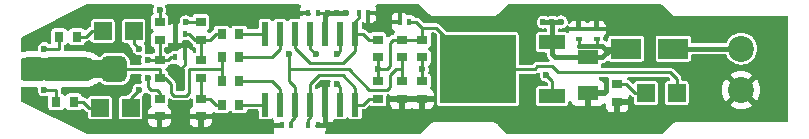
<source format=gbr>
%TF.GenerationSoftware,KiCad,Pcbnew,7.0.11-2.fc39*%
%TF.CreationDate,2024-11-23T03:24:36+03:00*%
%TF.ProjectId,logic_tester,6c6f6769-635f-4746-9573-7465722e6b69,1.0*%
%TF.SameCoordinates,PX47868c0PY55d4a80*%
%TF.FileFunction,Copper,L1,Top*%
%TF.FilePolarity,Positive*%
%FSLAX46Y46*%
G04 Gerber Fmt 4.6, Leading zero omitted, Abs format (unit mm)*
G04 Created by KiCad (PCBNEW 7.0.11-2.fc39) date 2024-11-23 03:24:36*
%MOMM*%
%LPD*%
G01*
G04 APERTURE LIST*
G04 Aperture macros list*
%AMRoundRect*
0 Rectangle with rounded corners*
0 $1 Rounding radius*
0 $2 $3 $4 $5 $6 $7 $8 $9 X,Y pos of 4 corners*
0 Add a 4 corners polygon primitive as box body*
4,1,4,$2,$3,$4,$5,$6,$7,$8,$9,$2,$3,0*
0 Add four circle primitives for the rounded corners*
1,1,$1+$1,$2,$3*
1,1,$1+$1,$4,$5*
1,1,$1+$1,$6,$7*
1,1,$1+$1,$8,$9*
0 Add four rect primitives between the rounded corners*
20,1,$1+$1,$2,$3,$4,$5,0*
20,1,$1+$1,$4,$5,$6,$7,0*
20,1,$1+$1,$6,$7,$8,$9,0*
20,1,$1+$1,$8,$9,$2,$3,0*%
G04 Aperture macros list end*
%TA.AperFunction,SMDPad,CuDef*%
%ADD10R,0.400000X0.600000*%
%TD*%
%TA.AperFunction,SMDPad,CuDef*%
%ADD11R,0.800000X0.900000*%
%TD*%
%TA.AperFunction,ComponentPad*%
%ADD12C,2.200000*%
%TD*%
%TA.AperFunction,SMDPad,CuDef*%
%ADD13R,0.900000X0.800000*%
%TD*%
%TA.AperFunction,SMDPad,CuDef*%
%ADD14R,1.500000X1.500000*%
%TD*%
%TA.AperFunction,SMDPad,CuDef*%
%ADD15R,0.600000X0.400000*%
%TD*%
%TA.AperFunction,ComponentPad*%
%ADD16RoundRect,0.550000X0.550000X0.550000X-0.550000X0.550000X-0.550000X-0.550000X0.550000X-0.550000X0*%
%TD*%
%TA.AperFunction,SMDPad,CuDef*%
%ADD17RoundRect,0.400000X1.850000X0.400000X-1.850000X0.400000X-1.850000X-0.400000X1.850000X-0.400000X0*%
%TD*%
%TA.AperFunction,SMDPad,CuDef*%
%ADD18R,0.600000X2.000000*%
%TD*%
%TA.AperFunction,SMDPad,CuDef*%
%ADD19R,2.200000X1.200000*%
%TD*%
%TA.AperFunction,SMDPad,CuDef*%
%ADD20R,6.400000X5.800000*%
%TD*%
%TA.AperFunction,SMDPad,CuDef*%
%ADD21R,2.500000X1.700000*%
%TD*%
%TA.AperFunction,SMDPad,CuDef*%
%ADD22R,1.800000X1.200000*%
%TD*%
%TA.AperFunction,ViaPad*%
%ADD23C,0.600000*%
%TD*%
%TA.AperFunction,Conductor*%
%ADD24C,0.250000*%
%TD*%
%TA.AperFunction,Conductor*%
%ADD25C,0.400000*%
%TD*%
G04 APERTURE END LIST*
D10*
%TO.P,C9,1*%
%TO.N,/VCC_REG*%
X33400000Y-6000000D03*
%TO.P,C9,2,GNDD*%
%TO.N,GNDD*%
X32600000Y-6000000D03*
%TD*%
D11*
%TO.P,R10,1*%
%TO.N,/PROBE*%
X17500000Y-11000000D03*
%TO.P,R10,2*%
%TO.N,Net-(U1D-+)*%
X19000000Y-11000000D03*
%TD*%
%TO.P,R8,1*%
%TO.N,/REF0*%
X17500000Y-13000000D03*
%TO.P,R8,2*%
%TO.N,Net-(U1D--)*%
X19000000Y-13000000D03*
%TD*%
D12*
%TO.P,J1,1,Pin_1*%
%TO.N,GNDD*%
X61500000Y-11750000D03*
%TO.P,J1,2,Pin_2*%
%TO.N,Net-(D1-A)*%
X61500000Y-8250000D03*
%TD*%
D13*
%TO.P,R15,1*%
%TO.N,/VCC_REG*%
X32750000Y-7500000D03*
%TO.P,R15,2*%
%TO.N,/REF_D*%
X32750000Y-9000000D03*
%TD*%
D14*
%TO.P,D4,1,K*%
%TO.N,Net-(D4-K)*%
X7200000Y-13250000D03*
%TO.P,D4,2,A*%
%TO.N,/VCC_REG*%
X9800000Y-13250000D03*
%TD*%
D13*
%TO.P,R13,1*%
%TO.N,/VCC_REG*%
X34500000Y-7500000D03*
%TO.P,R13,2*%
%TO.N,Net-(U2-ADJ)*%
X34500000Y-9000000D03*
%TD*%
%TO.P,R12,1*%
%TO.N,/VCC_REG*%
X30750000Y-9000000D03*
%TO.P,R12,2*%
%TO.N,/CHK1*%
X30750000Y-7500000D03*
%TD*%
%TO.P,R4,1*%
%TO.N,/REF1*%
X15750000Y-9250000D03*
%TO.P,R4,2*%
%TO.N,/REF0*%
X15750000Y-10750000D03*
%TD*%
D10*
%TO.P,C1,1*%
%TO.N,/CENTER*%
X13600000Y-9000000D03*
%TO.P,C1,2,GNDD*%
%TO.N,GNDD*%
X14400000Y-9000000D03*
%TD*%
D13*
%TO.P,R3,1*%
%TO.N,/CENTER*%
X12250000Y-9250000D03*
%TO.P,R3,2*%
%TO.N,/PROBE*%
X12250000Y-10750000D03*
%TD*%
D10*
%TO.P,C8,1*%
%TO.N,/CHK1*%
X29100000Y-5250000D03*
%TO.P,C8,2,GNDD*%
%TO.N,GNDD*%
X29900000Y-5250000D03*
%TD*%
D11*
%TO.P,R17,1*%
%TO.N,Net-(R17-Pad1)*%
X3750000Y-7250000D03*
%TO.P,R17,2*%
%TO.N,Net-(D2-K)*%
X5250000Y-7250000D03*
%TD*%
D15*
%TO.P,C6,1*%
%TO.N,V+*%
X47750000Y-7400000D03*
%TO.P,C6,2,GNDD*%
%TO.N,GNDD*%
X47750000Y-6600000D03*
%TD*%
D10*
%TO.P,C10,1*%
%TO.N,/REF_D*%
X23400000Y-14750000D03*
%TO.P,C10,2,GNDD*%
%TO.N,GNDD*%
X22600000Y-14750000D03*
%TD*%
D16*
%TO.P,J2,1,Pin_1*%
%TO.N,/PROBE*%
X8400000Y-10000000D03*
D17*
X7000000Y-10000000D03*
%TD*%
D13*
%TO.P,R16,1*%
%TO.N,/REF_D*%
X32750000Y-11000000D03*
%TO.P,R16,2*%
%TO.N,GNDD*%
X32750000Y-12500000D03*
%TD*%
%TO.P,R1,1*%
%TO.N,V+*%
X12250000Y-6000000D03*
%TO.P,R1,2*%
%TO.N,/CENTER*%
X12250000Y-7500000D03*
%TD*%
%TO.P,R14,1*%
%TO.N,Net-(U2-ADJ)*%
X34500000Y-11000000D03*
%TO.P,R14,2*%
%TO.N,GNDD*%
X34500000Y-12500000D03*
%TD*%
D14*
%TO.P,D2,1,K*%
%TO.N,Net-(D2-K)*%
X7450000Y-6750000D03*
%TO.P,D2,2,A*%
%TO.N,/VCC_REG*%
X10050000Y-6750000D03*
%TD*%
D15*
%TO.P,C5,1*%
%TO.N,V+*%
X49250000Y-7400000D03*
%TO.P,C5,2,GNDD*%
%TO.N,GNDD*%
X49250000Y-6600000D03*
%TD*%
D18*
%TO.P,U1,1*%
%TO.N,/CHK1*%
X28810000Y-7000000D03*
%TO.P,U1,2*%
%TO.N,Net-(R17-Pad1)*%
X27540000Y-7000000D03*
%TO.P,U1,3,V+*%
%TO.N,V+*%
X26270000Y-7000000D03*
%TO.P,U1,4,-*%
%TO.N,/REF_D*%
X25000000Y-7000000D03*
%TO.P,U1,5,+*%
%TO.N,/CHK1*%
X23730000Y-7000000D03*
%TO.P,U1,6,-*%
%TO.N,Net-(U1B--)*%
X22460000Y-7000000D03*
%TO.P,U1,7,+*%
%TO.N,Net-(U1B-+)*%
X21190000Y-7000000D03*
%TO.P,U1,8,-*%
%TO.N,Net-(U1D--)*%
X21190000Y-13000000D03*
%TO.P,U1,9,+*%
%TO.N,Net-(U1D-+)*%
X22460000Y-13000000D03*
%TO.P,U1,10,-*%
%TO.N,/REF_D*%
X23730000Y-13000000D03*
%TO.P,U1,11,+*%
%TO.N,/CHK0*%
X25000000Y-13000000D03*
%TO.P,U1,12,V-*%
%TO.N,GNDD*%
X26270000Y-13000000D03*
%TO.P,U1,13*%
%TO.N,Net-(R19-Pad1)*%
X27540000Y-13000000D03*
%TO.P,U1,14*%
%TO.N,/CHK0*%
X28810000Y-13000000D03*
%TD*%
D11*
%TO.P,R7,1*%
%TO.N,/REF1*%
X17500000Y-7000000D03*
%TO.P,R7,2*%
%TO.N,Net-(U1B-+)*%
X19000000Y-7000000D03*
%TD*%
D10*
%TO.P,C2,1*%
%TO.N,/REF1*%
X14400000Y-7000000D03*
%TO.P,C2,2,GNDD*%
%TO.N,GNDD*%
X13600000Y-7000000D03*
%TD*%
D13*
%TO.P,R2,1*%
%TO.N,/CENTER*%
X12250000Y-12500000D03*
%TO.P,R2,2*%
%TO.N,GNDD*%
X12250000Y-14000000D03*
%TD*%
%TO.P,R5,1*%
%TO.N,V+*%
X15750000Y-6000000D03*
%TO.P,R5,2*%
%TO.N,/REF1*%
X15750000Y-7500000D03*
%TD*%
%TO.P,R18,1*%
%TO.N,GNDD*%
X51000000Y-12750000D03*
%TO.P,R18,2*%
%TO.N,Net-(D3-K)*%
X51000000Y-11250000D03*
%TD*%
D11*
%TO.P,R19,1*%
%TO.N,Net-(R19-Pad1)*%
X3500000Y-12750000D03*
%TO.P,R19,2*%
%TO.N,Net-(D4-K)*%
X5000000Y-12750000D03*
%TD*%
%TO.P,R9,1*%
%TO.N,/PROBE*%
X17500000Y-9000000D03*
%TO.P,R9,2*%
%TO.N,Net-(U1B--)*%
X19000000Y-9000000D03*
%TD*%
D13*
%TO.P,R6,1*%
%TO.N,/REF0*%
X15750000Y-12500000D03*
%TO.P,R6,2*%
%TO.N,GNDD*%
X15750000Y-14000000D03*
%TD*%
D19*
%TO.P,U2,1,ADJ*%
%TO.N,Net-(U2-ADJ)*%
X45500000Y-12280000D03*
D20*
%TO.P,U2,2,VO*%
%TO.N,/VCC_REG*%
X39200000Y-10000000D03*
D19*
%TO.P,U2,3,VI*%
%TO.N,V+*%
X45500000Y-7720000D03*
%TD*%
D14*
%TO.P,D3,1,K*%
%TO.N,Net-(D3-K)*%
X53450000Y-12000000D03*
%TO.P,D3,2,A*%
%TO.N,/VCC_REG*%
X56050000Y-12000000D03*
%TD*%
D10*
%TO.P,C7,1*%
%TO.N,/CHK0*%
X24850000Y-14750000D03*
%TO.P,C7,2,GNDD*%
%TO.N,GNDD*%
X25650000Y-14750000D03*
%TD*%
D13*
%TO.P,R11,1*%
%TO.N,/VCC_REG*%
X30750000Y-11000000D03*
%TO.P,R11,2*%
%TO.N,/CHK0*%
X30750000Y-12500000D03*
%TD*%
D10*
%TO.P,C3,1*%
%TO.N,V+*%
X25650000Y-5250000D03*
%TO.P,C3,2,GNDD*%
%TO.N,GNDD*%
X24850000Y-5250000D03*
%TD*%
D21*
%TO.P,D1,1,K*%
%TO.N,V+*%
X51750000Y-8250000D03*
%TO.P,D1,2,A*%
%TO.N,Net-(D1-A)*%
X55750000Y-8250000D03*
%TD*%
D22*
%TO.P,C4,1*%
%TO.N,V+*%
X48500000Y-9000000D03*
%TO.P,C4,2,GNDD*%
%TO.N,GNDD*%
X48500000Y-12000000D03*
%TD*%
D23*
%TO.N,GNDD*%
X33500000Y-5000000D03*
X30750000Y-6250000D03*
X27500000Y-14750000D03*
X10250000Y-10750000D03*
X36500000Y-14000000D03*
X32750000Y-13750000D03*
X48500000Y-13750000D03*
X37750000Y-14000000D03*
X40250000Y-14000000D03*
X37750000Y-6000000D03*
X10250000Y-9250000D03*
X39000000Y-6000000D03*
X49250000Y-5750000D03*
X34500000Y-13750000D03*
X41500000Y-14500000D03*
X13500000Y-8000000D03*
X49500000Y-13750000D03*
X41500000Y-5500000D03*
X14000000Y-14000000D03*
X14500000Y-5000000D03*
X47750000Y-5750000D03*
X36500000Y-6000000D03*
X11000000Y-5000000D03*
X39000000Y-14000000D03*
X2500000Y-7250000D03*
X14000000Y-13000000D03*
X20000000Y-6000000D03*
X11000000Y-15000000D03*
X26500000Y-14750000D03*
X47500000Y-13750000D03*
X26000000Y-11250000D03*
X40250000Y-6000000D03*
X2500000Y-12750000D03*
X34250000Y-5000000D03*
X14000000Y-11500000D03*
%TO.N,/REF_D*%
X23250000Y-8750000D03*
X25500000Y-8750000D03*
%TO.N,/CENTER*%
X11250000Y-9250000D03*
X11250000Y-10750000D03*
%TO.N,V+*%
X45500000Y-6000000D03*
X27250000Y-5250000D03*
X12250000Y-5000000D03*
X28000000Y-5250000D03*
X46250000Y-6000000D03*
X44750000Y-6000000D03*
X14500000Y-6000000D03*
X26500000Y-5250000D03*
%TO.N,/VCC_REG*%
X10500000Y-11750000D03*
X10500000Y-8250000D03*
X30750000Y-10000000D03*
%TO.N,Net-(U2-ADJ)*%
X34500000Y-10000000D03*
X45000000Y-10500000D03*
%TO.N,Net-(R17-Pad1)*%
X2500000Y-8250000D03*
X27250000Y-8750000D03*
%TO.N,Net-(R19-Pad1)*%
X2500000Y-11750000D03*
X27250000Y-11250000D03*
%TD*%
D24*
%TO.N,GNDD*%
X22600000Y-14750000D02*
X17750000Y-14750000D01*
X17750000Y-14750000D02*
X17250000Y-15250000D01*
X17250000Y-15250000D02*
X14500000Y-15250000D01*
X14500000Y-15250000D02*
X14000000Y-14750000D01*
X14000000Y-14750000D02*
X14000000Y-14000000D01*
X13500000Y-8000000D02*
X14300000Y-8000000D01*
X14300000Y-8000000D02*
X14400000Y-8100000D01*
%TO.N,/CHK1*%
X29100000Y-5650000D02*
X29100000Y-5250000D01*
X23730000Y-7000000D02*
X23730000Y-8230000D01*
X28810000Y-7000000D02*
X29500000Y-7000000D01*
X30000000Y-7500000D02*
X30750000Y-7500000D01*
X28810000Y-5940000D02*
X29100000Y-5650000D01*
X28810000Y-8440000D02*
X28810000Y-7000000D01*
X27750000Y-9500000D02*
X28810000Y-8440000D01*
X25000000Y-9500000D02*
X27750000Y-9500000D01*
X29500000Y-7000000D02*
X30000000Y-7500000D01*
X23730000Y-8230000D02*
X25000000Y-9500000D01*
X28810000Y-7000000D02*
X28810000Y-5940000D01*
D25*
%TO.N,GNDD*%
X26270000Y-14520000D02*
X26500000Y-14750000D01*
D24*
X13600000Y-7000000D02*
X13600000Y-7900000D01*
D25*
X49500000Y-13750000D02*
X48500000Y-13750000D01*
D24*
X32600000Y-6000000D02*
X31000000Y-6000000D01*
X50750000Y-13750000D02*
X49500000Y-13750000D01*
X13600000Y-5400000D02*
X14250000Y-4750000D01*
X14400000Y-9000000D02*
X14400000Y-9600000D01*
X30750000Y-5500000D02*
X30750000Y-6250000D01*
X14000000Y-10000000D02*
X14000000Y-11500000D01*
X51000000Y-13500000D02*
X50750000Y-13750000D01*
X12250000Y-14000000D02*
X14000000Y-14000000D01*
X14500000Y-5000000D02*
X20250000Y-4750000D01*
X25650000Y-14750000D02*
X26500000Y-14750000D01*
D25*
X26270000Y-13000000D02*
X26270000Y-14520000D01*
D24*
X29900000Y-5250000D02*
X30500000Y-5250000D01*
X32750000Y-12500000D02*
X32750000Y-13750000D01*
X13600000Y-7000000D02*
X13600000Y-5400000D01*
X47750000Y-6600000D02*
X47750000Y-5750000D01*
X24850000Y-5250000D02*
X24250000Y-5250000D01*
X30500000Y-5250000D02*
X30750000Y-5500000D01*
D25*
X48500000Y-12000000D02*
X48500000Y-13750000D01*
X48500000Y-13750000D02*
X47500000Y-13750000D01*
D24*
X20250000Y-4750000D02*
X20750000Y-5250000D01*
D25*
X20750000Y-5250000D02*
X20000000Y-6000000D01*
D24*
X31000000Y-6000000D02*
X30750000Y-6250000D01*
X51000000Y-12750000D02*
X51000000Y-13500000D01*
X14000000Y-14000000D02*
X14000000Y-13000000D01*
D25*
X24250000Y-5250000D02*
X20750000Y-5250000D01*
X26270000Y-11520000D02*
X26000000Y-11250000D01*
D24*
X14400000Y-9600000D02*
X14000000Y-10000000D01*
X15750000Y-14000000D02*
X14000000Y-14000000D01*
X49250000Y-6600000D02*
X49250000Y-5750000D01*
X34500000Y-12500000D02*
X34500000Y-13750000D01*
D25*
X26270000Y-13000000D02*
X26270000Y-11520000D01*
D24*
X14250000Y-4750000D02*
X14500000Y-5000000D01*
X14400000Y-9000000D02*
X14400000Y-8100000D01*
X13600000Y-7900000D02*
X13500000Y-8000000D01*
%TO.N,/REF_D*%
X31750000Y-11500000D02*
X31500000Y-11750000D01*
X32750000Y-9000000D02*
X32750000Y-10000000D01*
X32750000Y-10000000D02*
X32250000Y-10000000D01*
X31750000Y-10500000D02*
X31750000Y-11500000D01*
X23730000Y-14020000D02*
X23400000Y-14350000D01*
X28250000Y-10000000D02*
X23250000Y-10000000D01*
X32750000Y-10000000D02*
X32750000Y-11000000D01*
X31500000Y-11750000D02*
X30000000Y-11750000D01*
X30000000Y-11750000D02*
X28250000Y-10000000D01*
X23730000Y-13000000D02*
X23730000Y-11500000D01*
X25000000Y-7000000D02*
X25000000Y-8250000D01*
X25000000Y-8250000D02*
X25500000Y-8750000D01*
X23730000Y-13000000D02*
X23730000Y-14020000D01*
X23250000Y-8750000D02*
X23250000Y-10000000D01*
X23250000Y-10000000D02*
X23250000Y-11020000D01*
X23400000Y-14350000D02*
X23400000Y-14750000D01*
X32250000Y-10000000D02*
X31750000Y-10500000D01*
X23250000Y-11020000D02*
X23730000Y-11500000D01*
%TO.N,/CHK0*%
X28810000Y-13000000D02*
X29500000Y-13000000D01*
X30000000Y-12500000D02*
X30750000Y-12500000D01*
X24850000Y-14250000D02*
X25000000Y-14100000D01*
X24850000Y-14750000D02*
X24850000Y-14250000D01*
X25000000Y-14100000D02*
X25000000Y-13000000D01*
X28810000Y-11560000D02*
X28810000Y-13000000D01*
X27750000Y-10500000D02*
X28810000Y-11560000D01*
X25000000Y-13000000D02*
X25000000Y-11250000D01*
X25750000Y-10500000D02*
X27750000Y-10500000D01*
X25000000Y-11250000D02*
X25750000Y-10500000D01*
X29500000Y-13000000D02*
X30000000Y-12500000D01*
%TO.N,/CENTER*%
X13000000Y-9250000D02*
X12250000Y-9250000D01*
X12250000Y-12500000D02*
X12250000Y-12000000D01*
X13250000Y-9000000D02*
X13000000Y-9250000D01*
X11500000Y-11750000D02*
X11250000Y-11500000D01*
X12250000Y-9250000D02*
X11250000Y-9250000D01*
X12250000Y-12000000D02*
X12000000Y-11750000D01*
X11250000Y-11500000D02*
X11250000Y-10750000D01*
X13600000Y-9000000D02*
X13250000Y-9000000D01*
X12250000Y-7500000D02*
X12250000Y-9250000D01*
X12000000Y-11750000D02*
X11500000Y-11750000D01*
%TO.N,/REF1*%
X14750000Y-7000000D02*
X14400000Y-7000000D01*
X15750000Y-7500000D02*
X15250000Y-7500000D01*
X15750000Y-7500000D02*
X16500000Y-7500000D01*
X17000000Y-7000000D02*
X17500000Y-7000000D01*
X15750000Y-7500000D02*
X15750000Y-9250000D01*
X15250000Y-7500000D02*
X14750000Y-7000000D01*
X16500000Y-7500000D02*
X17000000Y-7000000D01*
D25*
%TO.N,V+*%
X48500000Y-9000000D02*
X45750000Y-9000000D01*
X51750000Y-8250000D02*
X50000000Y-8250000D01*
X45500000Y-7720000D02*
X45500000Y-6000000D01*
X50000000Y-8250000D02*
X49750000Y-8000000D01*
X26500000Y-5250000D02*
X27250000Y-5250000D01*
X45750000Y-9000000D02*
X45500000Y-8750000D01*
X26270000Y-7000000D02*
X26270000Y-5480000D01*
X49250000Y-8000000D02*
X47750000Y-8000000D01*
D24*
X12250000Y-6000000D02*
X12250000Y-5000000D01*
D25*
X45500000Y-8750000D02*
X45500000Y-7720000D01*
X28000000Y-5250000D02*
X27250000Y-5250000D01*
X46250000Y-6000000D02*
X44750000Y-6000000D01*
X26270000Y-5480000D02*
X26500000Y-5250000D01*
D24*
X15750000Y-6000000D02*
X14500000Y-6000000D01*
D25*
X49750000Y-8000000D02*
X49250000Y-8000000D01*
X51750000Y-8250000D02*
X50500000Y-8250000D01*
D24*
X47750000Y-7400000D02*
X47750000Y-8000000D01*
D25*
X49750000Y-9000000D02*
X48500000Y-9000000D01*
D24*
X25650000Y-5250000D02*
X26500000Y-5250000D01*
D25*
X50500000Y-8250000D02*
X49750000Y-9000000D01*
D24*
X49250000Y-7400000D02*
X49250000Y-8000000D01*
%TO.N,/VCC_REG*%
X56050000Y-12000000D02*
X56050000Y-10800000D01*
X55500000Y-10250000D02*
X46000000Y-10250000D01*
X30750000Y-11000000D02*
X30750000Y-10000000D01*
X44000000Y-10000000D02*
X39200000Y-10000000D01*
X31500000Y-10000000D02*
X31750000Y-9750000D01*
X45500000Y-9750000D02*
X44250000Y-9750000D01*
X34500000Y-6500000D02*
X34000000Y-6000000D01*
X10050000Y-7800000D02*
X10500000Y-8250000D01*
X35700000Y-6500000D02*
X34500000Y-6500000D01*
X31750000Y-7750000D02*
X32000000Y-7500000D01*
X30750000Y-10000000D02*
X31500000Y-10000000D01*
X33400000Y-6000000D02*
X34000000Y-6000000D01*
X30750000Y-9000000D02*
X30750000Y-10000000D01*
X9800000Y-12450000D02*
X10500000Y-11750000D01*
X9800000Y-13250000D02*
X9800000Y-12450000D01*
X34500000Y-7500000D02*
X34500000Y-6500000D01*
X34500000Y-7500000D02*
X32750000Y-7500000D01*
X39200000Y-10000000D02*
X35700000Y-6500000D01*
X46000000Y-10250000D02*
X45500000Y-9750000D01*
X31750000Y-9750000D02*
X31750000Y-7750000D01*
X32000000Y-7500000D02*
X32750000Y-7500000D01*
X44250000Y-9750000D02*
X44000000Y-10000000D01*
X10050000Y-6750000D02*
X10050000Y-7800000D01*
X56050000Y-10800000D02*
X55500000Y-10250000D01*
D25*
%TO.N,Net-(D1-A)*%
X55750000Y-8250000D02*
X61500000Y-8250000D01*
D24*
%TO.N,Net-(D2-K)*%
X6500000Y-6750000D02*
X6000000Y-7250000D01*
X6000000Y-7250000D02*
X5250000Y-7250000D01*
X7450000Y-6750000D02*
X6500000Y-6750000D01*
%TO.N,Net-(D3-K)*%
X51000000Y-11250000D02*
X51750000Y-11250000D01*
X52500000Y-12000000D02*
X53450000Y-12000000D01*
X51750000Y-11250000D02*
X52500000Y-12000000D01*
%TO.N,Net-(D4-K)*%
X5750000Y-12750000D02*
X5000000Y-12750000D01*
X7200000Y-13250000D02*
X6250000Y-13250000D01*
X6250000Y-13250000D02*
X5750000Y-12750000D01*
%TO.N,/PROBE*%
X8400000Y-10000000D02*
X12250000Y-10000000D01*
X14750000Y-12000000D02*
X14750000Y-10000000D01*
X12250000Y-10750000D02*
X12750000Y-10750000D01*
X14500000Y-12250000D02*
X14750000Y-12000000D01*
X17500000Y-9000000D02*
X17500000Y-10000000D01*
X14750000Y-10000000D02*
X17500000Y-10000000D01*
X13250000Y-11250000D02*
X13250000Y-12000000D01*
X13500000Y-12250000D02*
X14500000Y-12250000D01*
X13250000Y-12000000D02*
X13500000Y-12250000D01*
X12750000Y-10750000D02*
X13250000Y-11250000D01*
X17500000Y-10000000D02*
X17500000Y-11000000D01*
X12250000Y-10750000D02*
X12250000Y-10000000D01*
%TO.N,/REF0*%
X15750000Y-12500000D02*
X16500000Y-12500000D01*
X17000000Y-13000000D02*
X17500000Y-13000000D01*
X16500000Y-12500000D02*
X17000000Y-13000000D01*
X15750000Y-10750000D02*
X15750000Y-12500000D01*
%TO.N,Net-(U2-ADJ)*%
X34500000Y-9000000D02*
X34500000Y-10000000D01*
X45500000Y-11000000D02*
X45000000Y-10500000D01*
X45500000Y-12280000D02*
X45500000Y-11000000D01*
X34500000Y-11000000D02*
X34500000Y-10000000D01*
%TO.N,Net-(R17-Pad1)*%
X27250000Y-8750000D02*
X27540000Y-8460000D01*
X3750000Y-7250000D02*
X3750000Y-8250000D01*
X3750000Y-8250000D02*
X2500000Y-8250000D01*
X27540000Y-8460000D02*
X27540000Y-7000000D01*
%TO.N,Net-(R19-Pad1)*%
X3500000Y-12750000D02*
X3500000Y-11750000D01*
X27540000Y-11540000D02*
X27540000Y-13000000D01*
X3500000Y-11750000D02*
X2500000Y-11750000D01*
X27540000Y-11540000D02*
X27250000Y-11250000D01*
%TO.N,Net-(U1B-+)*%
X19000000Y-7000000D02*
X21190000Y-7000000D01*
%TO.N,Net-(U1D--)*%
X19000000Y-13000000D02*
X21190000Y-13000000D01*
%TO.N,Net-(U1B--)*%
X21750000Y-9000000D02*
X22460000Y-8290000D01*
X19000000Y-9000000D02*
X21750000Y-9000000D01*
X22460000Y-8290000D02*
X22460000Y-7000000D01*
%TO.N,Net-(U1D-+)*%
X21750000Y-11000000D02*
X22460000Y-11710000D01*
X22460000Y-11710000D02*
X22460000Y-13000000D01*
X19000000Y-11000000D02*
X21750000Y-11000000D01*
%TD*%
%TA.AperFunction,Conductor*%
%TO.N,/PROBE*%
G36*
X2239554Y-9006958D02*
G01*
X2320745Y-9035368D01*
X2320750Y-9035369D01*
X2499996Y-9055565D01*
X2500000Y-9055565D01*
X2500004Y-9055565D01*
X2679249Y-9035369D01*
X2679252Y-9035368D01*
X2679255Y-9035368D01*
X2760446Y-9006957D01*
X2801401Y-9000000D01*
X5993907Y-9000000D01*
X6006061Y-9000597D01*
X6182941Y-9018018D01*
X6206769Y-9022757D01*
X6371001Y-9072576D01*
X6393453Y-9081877D01*
X6513126Y-9145843D01*
X6544798Y-9162772D01*
X6565010Y-9176277D01*
X6697666Y-9285145D01*
X6714854Y-9302333D01*
X6823722Y-9434989D01*
X6837227Y-9455201D01*
X6918121Y-9606543D01*
X6927424Y-9629001D01*
X6977240Y-9793224D01*
X6981982Y-9817065D01*
X6998802Y-9987846D01*
X6998802Y-10012154D01*
X6981982Y-10182934D01*
X6977240Y-10206775D01*
X6927424Y-10370998D01*
X6918121Y-10393456D01*
X6837227Y-10544798D01*
X6823722Y-10565010D01*
X6714854Y-10697666D01*
X6697666Y-10714854D01*
X6565010Y-10823722D01*
X6544798Y-10837227D01*
X6393456Y-10918121D01*
X6370998Y-10927424D01*
X6206775Y-10977240D01*
X6182934Y-10981982D01*
X6006061Y-10999403D01*
X5993907Y-11000000D01*
X2801401Y-11000000D01*
X2760446Y-10993042D01*
X2679254Y-10964631D01*
X2679249Y-10964630D01*
X2500004Y-10944435D01*
X2499996Y-10944435D01*
X2320750Y-10964630D01*
X2320745Y-10964631D01*
X2239554Y-10993042D01*
X2198599Y-11000000D01*
X1006093Y-11000000D01*
X993939Y-10999403D01*
X817065Y-10981982D01*
X793224Y-10977240D01*
X629001Y-10927424D01*
X606544Y-10918122D01*
X566046Y-10896475D01*
X516202Y-10847512D01*
X500500Y-10787117D01*
X500500Y-9212882D01*
X520185Y-9145843D01*
X566046Y-9103524D01*
X606546Y-9081877D01*
X628998Y-9072576D01*
X793232Y-9022757D01*
X817056Y-9018018D01*
X993939Y-9000597D01*
X1006093Y-9000000D01*
X2198599Y-9000000D01*
X2239554Y-9006958D01*
G37*
%TD.AperFunction*%
%TD*%
%TA.AperFunction,Conductor*%
%TO.N,GNDD*%
G36*
X10660773Y-10395462D02*
G01*
X10715311Y-10450000D01*
X10735273Y-10524500D01*
X10723931Y-10581516D01*
X10718367Y-10594952D01*
X10713668Y-10606295D01*
X10694750Y-10749997D01*
X10694750Y-10750002D01*
X10713668Y-10893706D01*
X10759119Y-11003435D01*
X10769186Y-11079903D01*
X10739670Y-11151160D01*
X10678480Y-11198112D01*
X10602014Y-11208179D01*
X10500004Y-11194750D01*
X10499997Y-11194750D01*
X10356293Y-11213668D01*
X10222374Y-11269138D01*
X10107381Y-11357377D01*
X10107377Y-11357381D01*
X10019138Y-11472374D01*
X9963668Y-11606293D01*
X9947680Y-11727736D01*
X9918164Y-11798993D01*
X9905314Y-11813646D01*
X9572941Y-12146019D01*
X9549086Y-12165392D01*
X9542166Y-12169913D01*
X9542164Y-12169915D01*
X9524959Y-12192020D01*
X9463446Y-12238549D01*
X9407379Y-12249500D01*
X9025322Y-12249500D01*
X8952260Y-12264033D01*
X8869399Y-12319398D01*
X8869398Y-12319399D01*
X8814033Y-12402260D01*
X8799500Y-12475322D01*
X8799500Y-14024677D01*
X8814033Y-14097739D01*
X8858001Y-14163542D01*
X8869399Y-14180601D01*
X8952260Y-14235966D01*
X9025326Y-14250500D01*
X9025330Y-14250500D01*
X10574670Y-14250500D01*
X10574674Y-14250500D01*
X10577188Y-14250000D01*
X11300000Y-14250000D01*
X11300000Y-14447822D01*
X11300001Y-14447842D01*
X11306401Y-14507377D01*
X11356645Y-14642084D01*
X11356650Y-14642094D01*
X11442809Y-14757187D01*
X11442812Y-14757190D01*
X11557905Y-14843349D01*
X11557915Y-14843354D01*
X11692623Y-14893598D01*
X11692621Y-14893598D01*
X11752157Y-14899998D01*
X11752177Y-14900000D01*
X12000000Y-14900000D01*
X12000000Y-14250000D01*
X12500000Y-14250000D01*
X12500000Y-14900000D01*
X12747823Y-14900000D01*
X12747842Y-14899998D01*
X12807377Y-14893598D01*
X12942084Y-14843354D01*
X12942094Y-14843349D01*
X13057187Y-14757190D01*
X13057190Y-14757187D01*
X13143349Y-14642094D01*
X13143354Y-14642084D01*
X13193598Y-14507377D01*
X13199998Y-14447842D01*
X13200000Y-14447822D01*
X13200000Y-14250000D01*
X14800000Y-14250000D01*
X14800000Y-14447822D01*
X14800001Y-14447842D01*
X14806401Y-14507377D01*
X14856645Y-14642084D01*
X14856650Y-14642094D01*
X14942809Y-14757187D01*
X14942812Y-14757190D01*
X15057905Y-14843349D01*
X15057915Y-14843354D01*
X15192623Y-14893598D01*
X15192621Y-14893598D01*
X15252157Y-14899998D01*
X15252177Y-14900000D01*
X15500000Y-14900000D01*
X15500000Y-14250000D01*
X16000000Y-14250000D01*
X16000000Y-14900000D01*
X16247823Y-14900000D01*
X16247842Y-14899998D01*
X16307377Y-14893598D01*
X16442084Y-14843354D01*
X16442094Y-14843349D01*
X16557187Y-14757190D01*
X16557190Y-14757187D01*
X16643349Y-14642094D01*
X16643354Y-14642084D01*
X16693598Y-14507377D01*
X16699998Y-14447842D01*
X16700000Y-14447822D01*
X16700000Y-14250000D01*
X16000000Y-14250000D01*
X15500000Y-14250000D01*
X14800000Y-14250000D01*
X13200000Y-14250000D01*
X12500000Y-14250000D01*
X12000000Y-14250000D01*
X11300000Y-14250000D01*
X10577188Y-14250000D01*
X10647740Y-14235966D01*
X10730601Y-14180601D01*
X10785966Y-14097740D01*
X10800500Y-14024674D01*
X10800500Y-12475326D01*
X10785966Y-12402260D01*
X10784960Y-12400754D01*
X10783225Y-12395643D01*
X10780351Y-12388705D01*
X10780805Y-12388516D01*
X10760169Y-12327722D01*
X10775216Y-12252076D01*
X10818141Y-12199771D01*
X10892621Y-12142621D01*
X10961396Y-12052992D01*
X10986807Y-12019877D01*
X10988740Y-12021360D01*
X11033176Y-11976909D01*
X11107673Y-11956934D01*
X11182176Y-11976883D01*
X11217316Y-12005012D01*
X11219913Y-12007832D01*
X11219916Y-12007836D01*
X11243672Y-12026326D01*
X11253203Y-12034743D01*
X11256477Y-12037516D01*
X11272991Y-12049306D01*
X11277912Y-12052975D01*
X11306627Y-12075326D01*
X11318812Y-12084810D01*
X11325716Y-12088546D01*
X11332797Y-12092008D01*
X11332799Y-12092008D01*
X11332801Y-12092010D01*
X11382498Y-12106805D01*
X11388278Y-12108657D01*
X11437340Y-12125500D01*
X11437342Y-12125500D01*
X11448880Y-12129461D01*
X11512862Y-12172532D01*
X11546736Y-12241823D01*
X11549500Y-12270388D01*
X11549500Y-12924677D01*
X11564033Y-12997737D01*
X11568532Y-13008597D01*
X11578601Y-13085065D01*
X11549087Y-13156322D01*
X11520169Y-13184899D01*
X11442813Y-13242808D01*
X11442809Y-13242812D01*
X11356650Y-13357905D01*
X11356645Y-13357915D01*
X11306401Y-13492622D01*
X11300001Y-13552157D01*
X11300000Y-13552177D01*
X11300000Y-13750000D01*
X13200000Y-13750000D01*
X13200000Y-13552177D01*
X13199998Y-13552157D01*
X13193598Y-13492622D01*
X13143354Y-13357915D01*
X13143349Y-13357905D01*
X13057190Y-13242812D01*
X12979830Y-13184900D01*
X12932154Y-13124273D01*
X12921178Y-13047929D01*
X12931469Y-13008592D01*
X12935962Y-12997745D01*
X12935966Y-12997740D01*
X12950500Y-12924674D01*
X12950500Y-12595947D01*
X12970462Y-12521447D01*
X13025000Y-12466909D01*
X13099500Y-12446947D01*
X13174000Y-12466909D01*
X13209570Y-12500571D01*
X13211551Y-12498749D01*
X13219913Y-12507832D01*
X13219916Y-12507836D01*
X13243672Y-12526326D01*
X13253203Y-12534743D01*
X13256477Y-12537516D01*
X13272991Y-12549306D01*
X13277912Y-12552975D01*
X13305566Y-12574500D01*
X13318812Y-12584810D01*
X13325716Y-12588546D01*
X13332797Y-12592008D01*
X13332799Y-12592008D01*
X13332801Y-12592010D01*
X13382498Y-12606805D01*
X13388294Y-12608662D01*
X13437340Y-12625500D01*
X13437348Y-12625500D01*
X13445102Y-12626794D01*
X13452905Y-12627766D01*
X13452911Y-12627768D01*
X13504684Y-12625627D01*
X13510840Y-12625500D01*
X14445603Y-12625500D01*
X14476177Y-12628671D01*
X14484262Y-12630366D01*
X14484263Y-12630366D01*
X14484268Y-12630367D01*
X14512933Y-12626794D01*
X14514137Y-12626644D01*
X14526784Y-12625858D01*
X14531112Y-12625500D01*
X14531114Y-12625500D01*
X14551132Y-12622159D01*
X14557177Y-12621278D01*
X14586126Y-12617670D01*
X14608621Y-12614867D01*
X14608623Y-12614866D01*
X14608626Y-12614866D01*
X14608628Y-12614864D01*
X14616139Y-12612628D01*
X14623602Y-12610066D01*
X14623610Y-12610065D01*
X14669224Y-12585379D01*
X14674597Y-12582614D01*
X14721211Y-12559826D01*
X14721214Y-12559822D01*
X14727604Y-12555259D01*
X14733817Y-12550423D01*
X14733826Y-12550419D01*
X14768946Y-12512267D01*
X14773165Y-12507870D01*
X14795143Y-12485893D01*
X14861939Y-12447330D01*
X14939067Y-12447332D01*
X15005861Y-12485897D01*
X15044424Y-12552693D01*
X15049500Y-12591254D01*
X15049500Y-12924677D01*
X15064033Y-12997737D01*
X15068532Y-13008597D01*
X15078601Y-13085065D01*
X15049087Y-13156322D01*
X15020169Y-13184899D01*
X14942813Y-13242808D01*
X14942809Y-13242812D01*
X14856650Y-13357905D01*
X14856645Y-13357915D01*
X14806401Y-13492622D01*
X14800001Y-13552157D01*
X14800000Y-13552177D01*
X14800000Y-13750000D01*
X16700000Y-13750000D01*
X16704671Y-13745328D01*
X16719962Y-13688262D01*
X16774500Y-13633724D01*
X16849000Y-13613762D01*
X16923500Y-13633724D01*
X16931759Y-13638859D01*
X17002260Y-13685966D01*
X17075326Y-13700500D01*
X17075330Y-13700500D01*
X17924670Y-13700500D01*
X17924674Y-13700500D01*
X17997740Y-13685966D01*
X18080601Y-13630601D01*
X18126111Y-13562488D01*
X18184097Y-13511635D01*
X18259743Y-13496587D01*
X18332778Y-13521378D01*
X18373888Y-13562488D01*
X18394512Y-13593354D01*
X18415990Y-13625500D01*
X18419399Y-13630601D01*
X18502260Y-13685966D01*
X18575326Y-13700500D01*
X18575330Y-13700500D01*
X19424670Y-13700500D01*
X19424674Y-13700500D01*
X19497740Y-13685966D01*
X19580601Y-13630601D01*
X19635966Y-13547740D01*
X19646371Y-13495430D01*
X19680484Y-13426257D01*
X19744614Y-13383407D01*
X19792508Y-13375500D01*
X20490500Y-13375500D01*
X20565000Y-13395462D01*
X20619538Y-13450000D01*
X20639500Y-13524500D01*
X20639500Y-14024677D01*
X20654033Y-14097739D01*
X20698001Y-14163542D01*
X20709399Y-14180601D01*
X20792260Y-14235966D01*
X20865326Y-14250500D01*
X20865330Y-14250500D01*
X21514670Y-14250500D01*
X21514674Y-14250500D01*
X21587740Y-14235966D01*
X21670601Y-14180601D01*
X21670601Y-14180600D01*
X21681547Y-14173287D01*
X21754582Y-14148495D01*
X21830228Y-14163542D01*
X21888215Y-14214397D01*
X21913007Y-14287432D01*
X21906316Y-14333025D01*
X21908545Y-14333552D01*
X21906401Y-14342621D01*
X21900001Y-14402157D01*
X21900000Y-14402177D01*
X21900000Y-14550000D01*
X22651000Y-14550000D01*
X22725500Y-14569962D01*
X22780038Y-14624500D01*
X22800000Y-14699000D01*
X22800000Y-14801000D01*
X22780038Y-14875500D01*
X22725500Y-14930038D01*
X22651000Y-14950000D01*
X21900000Y-14950000D01*
X21900000Y-15097822D01*
X21900001Y-15097842D01*
X21906401Y-15157377D01*
X21959012Y-15298430D01*
X21966344Y-15375208D01*
X21934304Y-15445367D01*
X21871477Y-15490105D01*
X21819407Y-15499500D01*
X6153327Y-15499500D01*
X6086692Y-15483770D01*
X582865Y-12731855D01*
X525158Y-12680682D01*
X500768Y-12607512D01*
X500500Y-12598585D01*
X500500Y-11615331D01*
X520462Y-11540831D01*
X575000Y-11486293D01*
X649500Y-11466331D01*
X685694Y-11470794D01*
X694611Y-11473028D01*
X718452Y-11477770D01*
X767516Y-11485048D01*
X944390Y-11502469D01*
X969139Y-11504294D01*
X981293Y-11504891D01*
X1002550Y-11505413D01*
X1006091Y-11505500D01*
X1006093Y-11505500D01*
X1807037Y-11505500D01*
X1881537Y-11525462D01*
X1936075Y-11580000D01*
X1956037Y-11654500D01*
X1954762Y-11673948D01*
X1944750Y-11749997D01*
X1944750Y-11750000D01*
X1963668Y-11893706D01*
X2019138Y-12027625D01*
X2077401Y-12103553D01*
X2107379Y-12142621D01*
X2146360Y-12172532D01*
X2222374Y-12230861D01*
X2356293Y-12286331D01*
X2499997Y-12305250D01*
X2500000Y-12305250D01*
X2500003Y-12305250D01*
X2643706Y-12286331D01*
X2653136Y-12283804D01*
X2653485Y-12285107D01*
X2719943Y-12276356D01*
X2791201Y-12305869D01*
X2838156Y-12367057D01*
X2849500Y-12424082D01*
X2849500Y-13224677D01*
X2864033Y-13297739D01*
X2919243Y-13380367D01*
X2919399Y-13380601D01*
X3002260Y-13435966D01*
X3075326Y-13450500D01*
X3075330Y-13450500D01*
X3924670Y-13450500D01*
X3924674Y-13450500D01*
X3997740Y-13435966D01*
X4080601Y-13380601D01*
X4126111Y-13312488D01*
X4184097Y-13261635D01*
X4259743Y-13246587D01*
X4332778Y-13271378D01*
X4373888Y-13312488D01*
X4394512Y-13343354D01*
X4419242Y-13380367D01*
X4419399Y-13380601D01*
X4502260Y-13435966D01*
X4575326Y-13450500D01*
X4575330Y-13450500D01*
X5424670Y-13450500D01*
X5424674Y-13450500D01*
X5497740Y-13435966D01*
X5580601Y-13380601D01*
X5587462Y-13370331D01*
X5645447Y-13319477D01*
X5721092Y-13304427D01*
X5794128Y-13329216D01*
X5816708Y-13347746D01*
X5885240Y-13416278D01*
X5946018Y-13477056D01*
X5965395Y-13500918D01*
X5969912Y-13507832D01*
X5969914Y-13507834D01*
X5969915Y-13507835D01*
X5969916Y-13507836D01*
X5974797Y-13511635D01*
X5993662Y-13526318D01*
X6003208Y-13534748D01*
X6006476Y-13537516D01*
X6022990Y-13549306D01*
X6027932Y-13552991D01*
X6068811Y-13584809D01*
X6068812Y-13584809D01*
X6075742Y-13588558D01*
X6082798Y-13592008D01*
X6082801Y-13592010D01*
X6093013Y-13595050D01*
X6158721Y-13635439D01*
X6195431Y-13703271D01*
X6199500Y-13737856D01*
X6199500Y-14024677D01*
X6214033Y-14097739D01*
X6258001Y-14163542D01*
X6269399Y-14180601D01*
X6352260Y-14235966D01*
X6425326Y-14250500D01*
X6425330Y-14250500D01*
X7974670Y-14250500D01*
X7974674Y-14250500D01*
X8047740Y-14235966D01*
X8130601Y-14180601D01*
X8185966Y-14097740D01*
X8200500Y-14024674D01*
X8200500Y-12475326D01*
X8185966Y-12402260D01*
X8130601Y-12319399D01*
X8129695Y-12318793D01*
X8047739Y-12264033D01*
X7974677Y-12249500D01*
X7974674Y-12249500D01*
X6425326Y-12249500D01*
X6425322Y-12249500D01*
X6352260Y-12264033D01*
X6269399Y-12319398D01*
X6269398Y-12319399D01*
X6205882Y-12414461D01*
X6203879Y-12413122D01*
X6169210Y-12458298D01*
X6097951Y-12487809D01*
X6021484Y-12477738D01*
X5991937Y-12461351D01*
X5977015Y-12450698D01*
X5972071Y-12447011D01*
X5931189Y-12415191D01*
X5924299Y-12411461D01*
X5917201Y-12407991D01*
X5917199Y-12407990D01*
X5867510Y-12393196D01*
X5861700Y-12391334D01*
X5830913Y-12380766D01*
X5812661Y-12374500D01*
X5804915Y-12373207D01*
X5784833Y-12370704D01*
X5785017Y-12369224D01*
X5722956Y-12355311D01*
X5666216Y-12303068D01*
X5645935Y-12252379D01*
X5645362Y-12249500D01*
X5635966Y-12202260D01*
X5580601Y-12119399D01*
X5578957Y-12118300D01*
X5497739Y-12064033D01*
X5424677Y-12049500D01*
X5424674Y-12049500D01*
X4575326Y-12049500D01*
X4575322Y-12049500D01*
X4502260Y-12064033D01*
X4419399Y-12119398D01*
X4396900Y-12153071D01*
X4373888Y-12187511D01*
X4315902Y-12238364D01*
X4240256Y-12253412D01*
X4167221Y-12228621D01*
X4126111Y-12187511D01*
X4080601Y-12119399D01*
X4078956Y-12118300D01*
X4028834Y-12084810D01*
X3997740Y-12064034D01*
X3997739Y-12064033D01*
X3997738Y-12064033D01*
X3995425Y-12063573D01*
X3989119Y-12060463D01*
X3984180Y-12058417D01*
X3984314Y-12058093D01*
X3926253Y-12029457D01*
X3883405Y-11965325D01*
X3875500Y-11917437D01*
X3875500Y-11771693D01*
X3876009Y-11759387D01*
X3879392Y-11718563D01*
X3872431Y-11691075D01*
X3873494Y-11613957D01*
X3912974Y-11547700D01*
X3980294Y-11510059D01*
X4016872Y-11505500D01*
X5993909Y-11505500D01*
X5997213Y-11505418D01*
X6018707Y-11504891D01*
X6030861Y-11504294D01*
X6055610Y-11502469D01*
X6232483Y-11485048D01*
X6281547Y-11477770D01*
X6305388Y-11473028D01*
X6353513Y-11460974D01*
X6517736Y-11411158D01*
X6564455Y-11394441D01*
X6586913Y-11385138D01*
X6631747Y-11363932D01*
X6783089Y-11283038D01*
X6825635Y-11257537D01*
X6845847Y-11244032D01*
X6885696Y-11214479D01*
X7017519Y-11106295D01*
X7018346Y-11105616D01*
X7030410Y-11094682D01*
X7036567Y-11089100D01*
X7105173Y-11053859D01*
X7136632Y-11050500D01*
X7156704Y-11050500D01*
X7231204Y-11070462D01*
X7262063Y-11094141D01*
X7347738Y-11179816D01*
X7500478Y-11275789D01*
X7670745Y-11335368D01*
X7805046Y-11350500D01*
X7805047Y-11350500D01*
X8994953Y-11350500D01*
X8994954Y-11350500D01*
X9129255Y-11335368D01*
X9299522Y-11275789D01*
X9452262Y-11179816D01*
X9579816Y-11052262D01*
X9675789Y-10899522D01*
X9735368Y-10729255D01*
X9750500Y-10594954D01*
X9750500Y-10524500D01*
X9770462Y-10450000D01*
X9825000Y-10395462D01*
X9899500Y-10375500D01*
X10586273Y-10375500D01*
X10660773Y-10395462D01*
G37*
%TD.AperFunction*%
%TA.AperFunction,Conductor*%
G36*
X34305468Y-4520462D02*
G01*
X34336327Y-4544141D01*
X35096715Y-5304529D01*
X35116699Y-5329327D01*
X35117855Y-5331125D01*
X35117857Y-5331128D01*
X35131338Y-5342809D01*
X35154709Y-5363060D01*
X35162493Y-5370307D01*
X35171407Y-5379221D01*
X35181484Y-5386764D01*
X35181500Y-5386776D01*
X35189774Y-5393444D01*
X35226627Y-5425377D01*
X35226628Y-5425377D01*
X35226629Y-5425378D01*
X35228560Y-5426260D01*
X35255956Y-5442514D01*
X35257669Y-5443796D01*
X35303381Y-5460845D01*
X35313172Y-5464901D01*
X35357543Y-5485165D01*
X35359655Y-5485468D01*
X35390524Y-5493347D01*
X35392517Y-5494091D01*
X35441183Y-5497571D01*
X35451711Y-5498703D01*
X35464201Y-5500500D01*
X35476803Y-5500500D01*
X35487432Y-5500879D01*
X35536073Y-5504359D01*
X35538160Y-5503905D01*
X35569832Y-5500500D01*
X40430168Y-5500500D01*
X40461840Y-5503905D01*
X40463927Y-5504359D01*
X40512567Y-5500879D01*
X40523197Y-5500500D01*
X40535793Y-5500500D01*
X40535799Y-5500500D01*
X40548285Y-5498704D01*
X40558812Y-5497571D01*
X40607483Y-5494091D01*
X40609470Y-5493349D01*
X40640356Y-5485467D01*
X40640363Y-5485466D01*
X40642457Y-5485165D01*
X40686829Y-5464900D01*
X40696630Y-5460840D01*
X40742331Y-5443796D01*
X40744039Y-5442517D01*
X40771439Y-5426259D01*
X40773373Y-5425377D01*
X40810222Y-5393445D01*
X40818490Y-5386782D01*
X40828593Y-5379221D01*
X40837510Y-5370303D01*
X40845299Y-5363052D01*
X40882143Y-5331128D01*
X40883294Y-5329336D01*
X40903279Y-5304533D01*
X41663673Y-4544141D01*
X41730468Y-4505577D01*
X41769032Y-4500500D01*
X54730968Y-4500500D01*
X54805468Y-4520462D01*
X54836327Y-4544141D01*
X55596715Y-5304529D01*
X55616699Y-5329327D01*
X55617855Y-5331125D01*
X55617857Y-5331128D01*
X55631338Y-5342809D01*
X55654709Y-5363060D01*
X55662493Y-5370307D01*
X55671407Y-5379221D01*
X55681484Y-5386764D01*
X55681500Y-5386776D01*
X55689774Y-5393444D01*
X55726627Y-5425377D01*
X55726628Y-5425377D01*
X55726629Y-5425378D01*
X55728560Y-5426260D01*
X55755956Y-5442514D01*
X55757669Y-5443796D01*
X55803381Y-5460845D01*
X55813172Y-5464901D01*
X55857543Y-5485165D01*
X55859655Y-5485468D01*
X55890524Y-5493347D01*
X55892517Y-5494091D01*
X55941183Y-5497571D01*
X55951711Y-5498703D01*
X55964201Y-5500500D01*
X55976803Y-5500500D01*
X55987432Y-5500879D01*
X56036073Y-5504359D01*
X56038160Y-5503905D01*
X56069832Y-5500500D01*
X65350500Y-5500500D01*
X65425000Y-5520462D01*
X65479538Y-5575000D01*
X65499500Y-5649500D01*
X65499500Y-14350500D01*
X65479538Y-14425000D01*
X65425000Y-14479538D01*
X65350500Y-14499500D01*
X56069832Y-14499500D01*
X56038160Y-14496095D01*
X56036071Y-14495640D01*
X55991059Y-14498860D01*
X55987432Y-14499120D01*
X55976803Y-14499500D01*
X55964201Y-14499500D01*
X55951718Y-14501294D01*
X55941156Y-14502429D01*
X55892520Y-14505908D01*
X55892505Y-14505911D01*
X55890504Y-14506658D01*
X55859670Y-14514528D01*
X55857550Y-14514832D01*
X55857541Y-14514835D01*
X55813176Y-14535095D01*
X55803355Y-14539163D01*
X55757670Y-14556203D01*
X55757667Y-14556204D01*
X55755949Y-14557491D01*
X55728575Y-14573733D01*
X55726628Y-14574621D01*
X55726626Y-14574623D01*
X55689772Y-14606556D01*
X55681505Y-14613218D01*
X55671414Y-14620773D01*
X55671399Y-14620785D01*
X55662490Y-14629695D01*
X55654721Y-14636928D01*
X55617857Y-14668872D01*
X55617856Y-14668873D01*
X55617852Y-14668877D01*
X55616697Y-14670675D01*
X55596716Y-14695468D01*
X54836327Y-15455859D01*
X54769532Y-15494423D01*
X54730968Y-15499500D01*
X41769032Y-15499500D01*
X41694532Y-15479538D01*
X41663673Y-15455859D01*
X40903284Y-14695470D01*
X40883294Y-14670663D01*
X40882145Y-14668875D01*
X40882144Y-14668874D01*
X40882143Y-14668872D01*
X40845288Y-14636937D01*
X40837504Y-14629690D01*
X40828594Y-14620780D01*
X40828593Y-14620779D01*
X40818493Y-14613218D01*
X40810220Y-14606551D01*
X40773373Y-14574623D01*
X40773367Y-14574619D01*
X40771429Y-14573734D01*
X40744048Y-14557488D01*
X40742335Y-14556205D01*
X40696643Y-14539163D01*
X40686819Y-14535094D01*
X40642459Y-14514836D01*
X40642452Y-14514833D01*
X40640332Y-14514529D01*
X40609484Y-14506655D01*
X40607487Y-14505910D01*
X40607484Y-14505909D01*
X40607483Y-14505909D01*
X40607481Y-14505908D01*
X40607477Y-14505908D01*
X40558844Y-14502429D01*
X40548281Y-14501294D01*
X40539263Y-14499998D01*
X40535799Y-14499500D01*
X40535798Y-14499500D01*
X40523197Y-14499500D01*
X40512567Y-14499120D01*
X40508465Y-14498826D01*
X40463927Y-14495640D01*
X40461840Y-14496095D01*
X40430168Y-14499500D01*
X35569832Y-14499500D01*
X35538160Y-14496095D01*
X35536071Y-14495640D01*
X35491059Y-14498860D01*
X35487432Y-14499120D01*
X35476803Y-14499500D01*
X35464201Y-14499500D01*
X35451718Y-14501294D01*
X35441156Y-14502429D01*
X35392520Y-14505908D01*
X35392505Y-14505911D01*
X35390504Y-14506658D01*
X35359670Y-14514528D01*
X35357550Y-14514832D01*
X35357541Y-14514835D01*
X35313176Y-14535095D01*
X35303355Y-14539163D01*
X35257670Y-14556203D01*
X35257667Y-14556204D01*
X35255949Y-14557491D01*
X35228575Y-14573733D01*
X35226628Y-14574621D01*
X35226626Y-14574623D01*
X35189772Y-14606556D01*
X35181505Y-14613218D01*
X35171414Y-14620773D01*
X35171399Y-14620785D01*
X35162490Y-14629695D01*
X35154721Y-14636928D01*
X35117857Y-14668872D01*
X35117856Y-14668873D01*
X35117852Y-14668877D01*
X35116697Y-14670675D01*
X35096716Y-14695468D01*
X34336327Y-15455859D01*
X34269532Y-15494423D01*
X34230968Y-15499500D01*
X26430593Y-15499500D01*
X26356093Y-15479538D01*
X26301555Y-15425000D01*
X26281593Y-15350500D01*
X26290988Y-15298430D01*
X26343598Y-15157377D01*
X26349998Y-15097842D01*
X26350000Y-15097822D01*
X26350000Y-14950000D01*
X25599000Y-14950000D01*
X25524500Y-14930038D01*
X25469962Y-14875500D01*
X25450000Y-14801000D01*
X25450000Y-14699000D01*
X25469962Y-14624500D01*
X25524500Y-14569962D01*
X25599000Y-14550000D01*
X26350000Y-14550000D01*
X26356359Y-14543641D01*
X26423154Y-14505077D01*
X26461718Y-14500000D01*
X26617823Y-14500000D01*
X26617842Y-14499998D01*
X26677377Y-14493598D01*
X26812084Y-14443354D01*
X26812094Y-14443349D01*
X26927187Y-14357190D01*
X26927190Y-14357187D01*
X26977998Y-14289317D01*
X27038625Y-14241640D01*
X27114968Y-14230664D01*
X27127689Y-14233993D01*
X27127867Y-14233103D01*
X27142259Y-14235965D01*
X27142260Y-14235966D01*
X27215326Y-14250500D01*
X27215330Y-14250500D01*
X27864670Y-14250500D01*
X27864674Y-14250500D01*
X27937740Y-14235966D01*
X28020601Y-14180601D01*
X28051110Y-14134939D01*
X28109097Y-14084085D01*
X28184743Y-14069037D01*
X28257778Y-14093828D01*
X28298889Y-14134939D01*
X28329399Y-14180601D01*
X28412260Y-14235966D01*
X28485326Y-14250500D01*
X28485330Y-14250500D01*
X29134670Y-14250500D01*
X29134674Y-14250500D01*
X29207740Y-14235966D01*
X29290601Y-14180601D01*
X29345966Y-14097740D01*
X29360500Y-14024674D01*
X29360500Y-13527375D01*
X29380462Y-13452875D01*
X29435000Y-13398337D01*
X29491071Y-13379519D01*
X29514137Y-13376644D01*
X29526784Y-13375858D01*
X29531112Y-13375500D01*
X29531114Y-13375500D01*
X29551132Y-13372159D01*
X29557177Y-13371278D01*
X29586126Y-13367670D01*
X29608621Y-13364867D01*
X29608623Y-13364866D01*
X29608626Y-13364866D01*
X29608628Y-13364864D01*
X29616139Y-13362628D01*
X29623602Y-13360066D01*
X29623610Y-13360065D01*
X29669224Y-13335379D01*
X29674597Y-13332614D01*
X29721211Y-13309826D01*
X29721214Y-13309822D01*
X29727604Y-13305259D01*
X29733817Y-13300423D01*
X29733826Y-13300419D01*
X29768945Y-13262268D01*
X29773162Y-13257873D01*
X29931648Y-13099388D01*
X29998442Y-13060825D01*
X30075570Y-13060825D01*
X30119780Y-13080856D01*
X30202260Y-13135966D01*
X30275326Y-13150500D01*
X30275330Y-13150500D01*
X31224670Y-13150500D01*
X31224674Y-13150500D01*
X31297740Y-13135966D01*
X31380601Y-13080601D01*
X31435966Y-12997740D01*
X31450500Y-12924674D01*
X31450500Y-12750000D01*
X31800000Y-12750000D01*
X31800000Y-12947822D01*
X31800001Y-12947842D01*
X31806401Y-13007377D01*
X31856645Y-13142084D01*
X31856650Y-13142094D01*
X31942809Y-13257187D01*
X31942812Y-13257190D01*
X32057905Y-13343349D01*
X32057915Y-13343354D01*
X32192623Y-13393598D01*
X32192621Y-13393598D01*
X32252157Y-13399998D01*
X32252177Y-13400000D01*
X32500000Y-13400000D01*
X32500000Y-12750000D01*
X33000000Y-12750000D01*
X33000000Y-13400000D01*
X33247823Y-13400000D01*
X33247842Y-13399998D01*
X33307377Y-13393598D01*
X33442084Y-13343354D01*
X33442095Y-13343348D01*
X33535706Y-13273271D01*
X33607309Y-13244604D01*
X33683652Y-13255579D01*
X33714294Y-13273271D01*
X33807904Y-13343348D01*
X33807915Y-13343354D01*
X33942623Y-13393598D01*
X33942621Y-13393598D01*
X34002157Y-13399998D01*
X34002177Y-13400000D01*
X34250000Y-13400000D01*
X34250000Y-12750000D01*
X34750000Y-12750000D01*
X34750000Y-13400000D01*
X34997823Y-13400000D01*
X34997842Y-13399998D01*
X35057377Y-13393598D01*
X35192084Y-13343354D01*
X35192094Y-13343349D01*
X35307187Y-13257190D01*
X35307190Y-13257187D01*
X35393349Y-13142094D01*
X35393354Y-13142084D01*
X35443598Y-13007377D01*
X35449998Y-12947842D01*
X35450000Y-12947822D01*
X35450000Y-12750000D01*
X34750000Y-12750000D01*
X34250000Y-12750000D01*
X33000000Y-12750000D01*
X32500000Y-12750000D01*
X31800000Y-12750000D01*
X31450500Y-12750000D01*
X31450500Y-12266156D01*
X31470462Y-12191656D01*
X31525000Y-12137118D01*
X31581074Y-12118300D01*
X31620883Y-12113339D01*
X31621035Y-12114563D01*
X31685579Y-12112782D01*
X31753412Y-12149488D01*
X31793804Y-12215194D01*
X31798684Y-12248684D01*
X31800000Y-12250000D01*
X35450000Y-12250000D01*
X35450000Y-12052177D01*
X35449998Y-12052157D01*
X35443598Y-11992622D01*
X35393354Y-11857915D01*
X35393349Y-11857905D01*
X35307190Y-11742812D01*
X35229830Y-11684900D01*
X35182154Y-11624273D01*
X35171178Y-11547929D01*
X35181469Y-11508592D01*
X35185962Y-11497745D01*
X35185966Y-11497740D01*
X35200500Y-11424674D01*
X35200500Y-10575326D01*
X35185966Y-10502260D01*
X35130601Y-10419399D01*
X35068998Y-10378237D01*
X35018144Y-10320252D01*
X35003096Y-10244606D01*
X35014116Y-10197336D01*
X35036330Y-10143709D01*
X35052394Y-10021694D01*
X35055250Y-10000002D01*
X35055250Y-9999997D01*
X35036331Y-9856295D01*
X35036330Y-9856293D01*
X35036330Y-9856291D01*
X35014118Y-9802667D01*
X35004052Y-9726202D01*
X35033567Y-9654945D01*
X35068993Y-9621765D01*
X35130601Y-9580601D01*
X35185966Y-9497740D01*
X35200500Y-9424674D01*
X35200500Y-8575326D01*
X35185966Y-8502260D01*
X35130601Y-8419399D01*
X35128118Y-8417740D01*
X35100818Y-8399499D01*
X35062488Y-8373888D01*
X35011635Y-8315903D01*
X34996587Y-8240257D01*
X35021378Y-8167222D01*
X35062488Y-8126111D01*
X35130601Y-8080601D01*
X35185966Y-7997740D01*
X35200500Y-7924674D01*
X35200500Y-7075326D01*
X35196172Y-7053568D01*
X35201216Y-6976607D01*
X35244065Y-6912477D01*
X35313239Y-6878363D01*
X35342309Y-6875500D01*
X35482745Y-6875500D01*
X35557245Y-6895462D01*
X35588104Y-6919141D01*
X35705859Y-7036896D01*
X35744423Y-7103691D01*
X35749500Y-7142255D01*
X35749500Y-12924677D01*
X35764033Y-12997739D01*
X35807303Y-13062497D01*
X35819399Y-13080601D01*
X35902260Y-13135966D01*
X35975326Y-13150500D01*
X35975330Y-13150500D01*
X42424670Y-13150500D01*
X42424674Y-13150500D01*
X42497740Y-13135966D01*
X42580601Y-13080601D01*
X42635966Y-12997740D01*
X42650500Y-12924674D01*
X42650500Y-10524500D01*
X42670462Y-10450000D01*
X42725000Y-10395462D01*
X42799500Y-10375500D01*
X43945603Y-10375500D01*
X43976177Y-10378671D01*
X43984262Y-10380366D01*
X43984263Y-10380366D01*
X43984268Y-10380367D01*
X44009789Y-10377185D01*
X44014137Y-10376644D01*
X44026784Y-10375858D01*
X44031112Y-10375500D01*
X44031114Y-10375500D01*
X44051132Y-10372159D01*
X44057177Y-10371278D01*
X44086126Y-10367670D01*
X44108621Y-10364867D01*
X44108623Y-10364866D01*
X44108626Y-10364866D01*
X44108628Y-10364864D01*
X44116139Y-10362628D01*
X44123602Y-10360066D01*
X44123610Y-10360065D01*
X44169224Y-10335379D01*
X44174597Y-10332614D01*
X44221211Y-10309826D01*
X44221212Y-10309824D01*
X44232307Y-10304401D01*
X44233491Y-10306824D01*
X44288730Y-10286136D01*
X44364807Y-10298823D01*
X44424349Y-10347848D01*
X44451401Y-10420077D01*
X44450820Y-10453890D01*
X44444750Y-10499997D01*
X44444750Y-10500002D01*
X44463668Y-10643706D01*
X44519138Y-10777625D01*
X44566189Y-10838942D01*
X44607379Y-10892621D01*
X44649576Y-10925000D01*
X44722374Y-10980861D01*
X44856293Y-11036331D01*
X44977737Y-11052319D01*
X45048994Y-11081834D01*
X45063640Y-11094677D01*
X45080857Y-11111895D01*
X45119422Y-11178686D01*
X45124500Y-11217254D01*
X45124500Y-11280500D01*
X45104538Y-11355000D01*
X45050000Y-11409538D01*
X44975500Y-11429500D01*
X44375322Y-11429500D01*
X44302260Y-11444033D01*
X44219399Y-11499398D01*
X44219398Y-11499399D01*
X44164033Y-11582260D01*
X44149500Y-11655322D01*
X44149500Y-12904677D01*
X44164033Y-12977739D01*
X44211269Y-13048433D01*
X44219399Y-13060601D01*
X44302260Y-13115966D01*
X44375326Y-13130500D01*
X44375330Y-13130500D01*
X46624670Y-13130500D01*
X46624674Y-13130500D01*
X46697740Y-13115966D01*
X46780601Y-13060601D01*
X46835966Y-12977740D01*
X46850500Y-12904674D01*
X46850500Y-12847127D01*
X46870462Y-12772627D01*
X46925000Y-12718089D01*
X46999500Y-12698127D01*
X47074000Y-12718089D01*
X47128538Y-12772627D01*
X47139106Y-12795057D01*
X47156648Y-12842090D01*
X47156650Y-12842094D01*
X47242809Y-12957187D01*
X47242812Y-12957190D01*
X47357905Y-13043349D01*
X47357915Y-13043354D01*
X47492623Y-13093598D01*
X47492621Y-13093598D01*
X47552157Y-13099998D01*
X47552177Y-13100000D01*
X48250000Y-13100000D01*
X48250000Y-11899000D01*
X48269962Y-11824500D01*
X48324500Y-11769962D01*
X48399000Y-11750000D01*
X49900000Y-11750000D01*
X49900000Y-11352177D01*
X49899998Y-11352157D01*
X49893598Y-11292622D01*
X49843354Y-11157915D01*
X49843349Y-11157905D01*
X49757190Y-11042812D01*
X49757187Y-11042809D01*
X49642094Y-10956650D01*
X49642090Y-10956648D01*
X49528030Y-10914106D01*
X49465203Y-10869367D01*
X49433163Y-10799209D01*
X49440494Y-10722430D01*
X49485233Y-10659603D01*
X49555391Y-10627563D01*
X49580100Y-10625500D01*
X50157691Y-10625500D01*
X50232191Y-10645462D01*
X50286729Y-10700000D01*
X50306691Y-10774500D01*
X50303828Y-10803566D01*
X50301706Y-10814232D01*
X50299500Y-10825324D01*
X50299500Y-11674677D01*
X50314033Y-11747737D01*
X50318532Y-11758597D01*
X50328601Y-11835065D01*
X50299087Y-11906322D01*
X50270169Y-11934899D01*
X50192813Y-11992808D01*
X50192809Y-11992812D01*
X50106650Y-12107905D01*
X50106646Y-12107913D01*
X50089803Y-12153071D01*
X50045064Y-12215897D01*
X49974906Y-12247937D01*
X49950198Y-12250000D01*
X48750000Y-12250000D01*
X48750000Y-13100000D01*
X49447823Y-13100000D01*
X49447842Y-13099998D01*
X49507377Y-13093598D01*
X49642084Y-13043354D01*
X49642094Y-13043349D01*
X49757187Y-12957190D01*
X49757190Y-12957187D01*
X49781720Y-12924420D01*
X49842347Y-12876743D01*
X49918690Y-12865767D01*
X49990293Y-12894433D01*
X50037970Y-12955060D01*
X50050000Y-13013713D01*
X50050000Y-13197822D01*
X50050001Y-13197842D01*
X50056401Y-13257377D01*
X50106645Y-13392084D01*
X50106650Y-13392094D01*
X50192809Y-13507187D01*
X50192812Y-13507190D01*
X50307905Y-13593349D01*
X50307915Y-13593354D01*
X50442623Y-13643598D01*
X50442621Y-13643598D01*
X50502157Y-13649998D01*
X50502177Y-13650000D01*
X50750000Y-13650000D01*
X50750000Y-13000000D01*
X51250000Y-13000000D01*
X51250000Y-13650000D01*
X51497823Y-13650000D01*
X51497842Y-13649998D01*
X51557377Y-13643598D01*
X51692084Y-13593354D01*
X51692094Y-13593349D01*
X51807187Y-13507190D01*
X51807190Y-13507187D01*
X51893349Y-13392094D01*
X51893354Y-13392084D01*
X51943598Y-13257377D01*
X51949998Y-13197842D01*
X51950000Y-13197822D01*
X51950000Y-13000000D01*
X51250000Y-13000000D01*
X50750000Y-13000000D01*
X50750000Y-12649000D01*
X50769962Y-12574500D01*
X50824500Y-12519962D01*
X50899000Y-12500000D01*
X51950000Y-12500000D01*
X51950000Y-12345181D01*
X51969962Y-12270681D01*
X52024500Y-12216143D01*
X52099000Y-12196181D01*
X52173500Y-12216143D01*
X52209726Y-12250428D01*
X52211551Y-12248749D01*
X52219913Y-12257832D01*
X52219916Y-12257836D01*
X52243672Y-12276326D01*
X52253203Y-12284743D01*
X52256477Y-12287516D01*
X52272991Y-12299306D01*
X52277912Y-12302975D01*
X52299013Y-12319399D01*
X52318812Y-12334810D01*
X52325716Y-12338546D01*
X52332798Y-12342008D01*
X52332801Y-12342010D01*
X52343013Y-12345050D01*
X52408721Y-12385439D01*
X52445431Y-12453271D01*
X52449500Y-12487856D01*
X52449500Y-12774677D01*
X52464033Y-12847739D01*
X52515441Y-12924677D01*
X52519399Y-12930601D01*
X52602260Y-12985966D01*
X52675326Y-13000500D01*
X52675330Y-13000500D01*
X54224670Y-13000500D01*
X54224674Y-13000500D01*
X54297740Y-12985966D01*
X54380601Y-12930601D01*
X54435966Y-12847740D01*
X54450500Y-12774674D01*
X54450500Y-11225326D01*
X54435966Y-11152260D01*
X54380601Y-11069399D01*
X54379726Y-11068814D01*
X54297739Y-11014033D01*
X54224677Y-10999500D01*
X54224674Y-10999500D01*
X52675326Y-10999500D01*
X52675322Y-10999500D01*
X52602260Y-11014033D01*
X52519399Y-11069398D01*
X52519398Y-11069399D01*
X52455882Y-11164461D01*
X52453330Y-11162756D01*
X52420171Y-11205956D01*
X52348908Y-11235459D01*
X52272442Y-11225378D01*
X52224127Y-11193089D01*
X52053980Y-11022942D01*
X52034601Y-10999078D01*
X52032706Y-10996178D01*
X52030084Y-10992164D01*
X52030082Y-10992162D01*
X52006334Y-10973678D01*
X51996804Y-10965262D01*
X51993527Y-10962487D01*
X51993520Y-10962482D01*
X51993518Y-10962480D01*
X51977006Y-10950691D01*
X51972071Y-10947011D01*
X51931189Y-10915191D01*
X51924291Y-10911457D01*
X51917957Y-10908361D01*
X51914880Y-10905681D01*
X51907688Y-10901198D01*
X51907313Y-10900931D01*
X51908121Y-10899795D01*
X51859794Y-10857708D01*
X51834750Y-10784759D01*
X51849535Y-10709061D01*
X51900188Y-10650898D01*
X51973137Y-10625854D01*
X51983396Y-10625500D01*
X55282745Y-10625500D01*
X55357245Y-10645462D01*
X55388104Y-10669141D01*
X55464104Y-10745141D01*
X55502668Y-10811936D01*
X55502668Y-10889064D01*
X55464104Y-10955859D01*
X55397309Y-10994423D01*
X55358745Y-10999500D01*
X55275322Y-10999500D01*
X55202260Y-11014033D01*
X55119399Y-11069398D01*
X55119398Y-11069399D01*
X55064033Y-11152260D01*
X55049500Y-11225322D01*
X55049500Y-12774677D01*
X55064033Y-12847739D01*
X55115441Y-12924677D01*
X55119399Y-12930601D01*
X55202260Y-12985966D01*
X55275326Y-13000500D01*
X55275330Y-13000500D01*
X56824670Y-13000500D01*
X56824674Y-13000500D01*
X56897740Y-12985966D01*
X56980601Y-12930601D01*
X57035966Y-12847740D01*
X57050500Y-12774674D01*
X57050500Y-11750000D01*
X59895052Y-11750000D01*
X59914812Y-12001072D01*
X59914814Y-12001079D01*
X59973600Y-12245944D01*
X59973604Y-12245958D01*
X60069976Y-12478621D01*
X60069977Y-12478624D01*
X60201569Y-12693364D01*
X60202266Y-12694179D01*
X61016922Y-11879522D01*
X61040507Y-11959844D01*
X61118239Y-12080798D01*
X61226900Y-12174952D01*
X61357685Y-12234680D01*
X61367466Y-12236086D01*
X60555819Y-13047733D01*
X60556634Y-13048430D01*
X60556639Y-13048433D01*
X60771366Y-13180017D01*
X60771371Y-13180020D01*
X61004041Y-13276395D01*
X61004055Y-13276399D01*
X61248920Y-13335185D01*
X61248927Y-13335187D01*
X61500000Y-13354947D01*
X61751072Y-13335187D01*
X61751079Y-13335185D01*
X61995944Y-13276399D01*
X61995958Y-13276395D01*
X62228626Y-13180021D01*
X62443363Y-13048431D01*
X62443366Y-13048428D01*
X62444179Y-13047732D01*
X61632533Y-12236086D01*
X61642315Y-12234680D01*
X61773100Y-12174952D01*
X61881761Y-12080798D01*
X61959493Y-11959844D01*
X61983076Y-11879523D01*
X62797732Y-12694179D01*
X62798428Y-12693366D01*
X62798431Y-12693363D01*
X62930022Y-12478624D01*
X62930024Y-12478621D01*
X63026395Y-12245958D01*
X63026399Y-12245944D01*
X63085185Y-12001079D01*
X63085187Y-12001072D01*
X63104947Y-11750000D01*
X63085187Y-11498927D01*
X63085185Y-11498920D01*
X63026399Y-11254055D01*
X63026395Y-11254041D01*
X62930020Y-11021371D01*
X62930017Y-11021366D01*
X62798433Y-10806639D01*
X62798430Y-10806634D01*
X62797733Y-10805819D01*
X61983076Y-11620475D01*
X61959493Y-11540156D01*
X61881761Y-11419202D01*
X61773100Y-11325048D01*
X61642315Y-11265320D01*
X61632531Y-11263913D01*
X62444179Y-10452266D01*
X62443364Y-10451569D01*
X62228626Y-10319978D01*
X61995958Y-10223604D01*
X61995944Y-10223600D01*
X61751079Y-10164814D01*
X61751072Y-10164812D01*
X61500000Y-10145052D01*
X61248927Y-10164812D01*
X61248920Y-10164814D01*
X61004055Y-10223600D01*
X61004041Y-10223604D01*
X60771371Y-10319979D01*
X60771366Y-10319982D01*
X60556639Y-10451567D01*
X60555819Y-10452266D01*
X61367466Y-11263913D01*
X61357685Y-11265320D01*
X61226900Y-11325048D01*
X61118239Y-11419202D01*
X61040507Y-11540156D01*
X61016923Y-11620476D01*
X60202266Y-10805819D01*
X60201567Y-10806639D01*
X60069982Y-11021366D01*
X60069979Y-11021371D01*
X59973604Y-11254041D01*
X59973600Y-11254055D01*
X59914814Y-11498920D01*
X59914812Y-11498927D01*
X59895052Y-11750000D01*
X57050500Y-11750000D01*
X57050500Y-11225326D01*
X57035966Y-11152260D01*
X56980601Y-11069399D01*
X56979726Y-11068814D01*
X56897739Y-11014033D01*
X56824677Y-10999500D01*
X56824674Y-10999500D01*
X56575317Y-10999500D01*
X56500817Y-10979538D01*
X56446279Y-10925000D01*
X56426317Y-10850500D01*
X56429487Y-10819927D01*
X56430367Y-10815731D01*
X56426644Y-10785863D01*
X56425859Y-10773221D01*
X56425500Y-10768895D01*
X56425500Y-10768886D01*
X56422725Y-10752260D01*
X56422164Y-10748896D01*
X56421275Y-10742799D01*
X56419587Y-10729255D01*
X56414865Y-10691374D01*
X56414863Y-10691371D01*
X56412617Y-10683825D01*
X56410065Y-10676390D01*
X56385406Y-10630823D01*
X56382587Y-10625348D01*
X56359826Y-10578788D01*
X56359823Y-10578785D01*
X56359823Y-10578784D01*
X56355275Y-10572414D01*
X56350417Y-10566171D01*
X56312308Y-10531090D01*
X56307864Y-10526826D01*
X55803980Y-10022942D01*
X55784601Y-9999078D01*
X55780084Y-9992164D01*
X55780082Y-9992162D01*
X55756334Y-9973678D01*
X55746804Y-9965262D01*
X55743527Y-9962487D01*
X55743520Y-9962482D01*
X55743518Y-9962480D01*
X55727006Y-9950691D01*
X55722071Y-9947011D01*
X55681189Y-9915191D01*
X55674299Y-9911461D01*
X55667201Y-9907991D01*
X55667199Y-9907990D01*
X55617510Y-9893196D01*
X55611700Y-9891334D01*
X55589612Y-9883752D01*
X55562661Y-9874500D01*
X55554915Y-9873207D01*
X55547088Y-9872232D01*
X55495315Y-9874373D01*
X55489159Y-9874500D01*
X49782363Y-9874500D01*
X49707863Y-9854538D01*
X49653325Y-9800000D01*
X49633363Y-9725500D01*
X49636225Y-9696435D01*
X49650500Y-9624674D01*
X49650500Y-9600770D01*
X49670462Y-9526270D01*
X49725000Y-9471732D01*
X49771791Y-9454369D01*
X49822788Y-9444720D01*
X49828202Y-9443800D01*
X49884287Y-9435348D01*
X49884294Y-9435344D01*
X49892461Y-9432825D01*
X49900468Y-9430024D01*
X49900468Y-9430023D01*
X49900472Y-9430023D01*
X49950642Y-9403505D01*
X49955548Y-9401029D01*
X50006642Y-9376425D01*
X50006644Y-9376422D01*
X50013695Y-9371616D01*
X50020535Y-9366568D01*
X50020535Y-9366567D01*
X50020538Y-9366566D01*
X50060660Y-9326442D01*
X50064621Y-9322627D01*
X50106194Y-9284055D01*
X50106194Y-9284053D01*
X50113365Y-9277401D01*
X50181555Y-9241363D01*
X50258630Y-9244249D01*
X50306687Y-9273206D01*
X50307195Y-9272447D01*
X50363138Y-9309826D01*
X50402260Y-9335966D01*
X50475326Y-9350500D01*
X50475330Y-9350500D01*
X53024670Y-9350500D01*
X53024674Y-9350500D01*
X53097740Y-9335966D01*
X53180601Y-9280601D01*
X53235966Y-9197740D01*
X53250499Y-9124677D01*
X54249500Y-9124677D01*
X54264033Y-9197739D01*
X54313951Y-9272447D01*
X54319399Y-9280601D01*
X54402260Y-9335966D01*
X54475326Y-9350500D01*
X54475330Y-9350500D01*
X57024670Y-9350500D01*
X57024674Y-9350500D01*
X57097740Y-9335966D01*
X57180601Y-9280601D01*
X57235966Y-9197740D01*
X57250500Y-9124674D01*
X57250500Y-8849500D01*
X57270462Y-8775000D01*
X57325000Y-8720462D01*
X57399500Y-8700500D01*
X60125036Y-8700500D01*
X60199536Y-8720462D01*
X60254074Y-8775000D01*
X60260071Y-8786521D01*
X60325965Y-8927830D01*
X60461505Y-9121401D01*
X60628599Y-9288495D01*
X60822170Y-9424035D01*
X61036337Y-9523903D01*
X61264592Y-9585063D01*
X61500000Y-9605659D01*
X61735408Y-9585063D01*
X61963663Y-9523903D01*
X62177830Y-9424035D01*
X62371401Y-9288495D01*
X62538495Y-9121401D01*
X62674035Y-8927830D01*
X62773903Y-8713663D01*
X62835063Y-8485408D01*
X62855659Y-8250000D01*
X62835063Y-8014592D01*
X62773903Y-7786337D01*
X62674035Y-7572171D01*
X62538495Y-7378599D01*
X62371401Y-7211505D01*
X62177830Y-7075965D01*
X61963663Y-6976097D01*
X61963661Y-6976096D01*
X61735409Y-6914937D01*
X61500000Y-6894341D01*
X61264590Y-6914937D01*
X61036340Y-6976096D01*
X61036339Y-6976096D01*
X61036337Y-6976097D01*
X60822171Y-7075965D01*
X60822168Y-7075966D01*
X60822168Y-7075967D01*
X60628596Y-7211507D01*
X60461507Y-7378596D01*
X60343549Y-7547059D01*
X60325965Y-7572171D01*
X60260074Y-7713473D01*
X60210498Y-7772554D01*
X60138022Y-7798933D01*
X60125036Y-7799500D01*
X57399500Y-7799500D01*
X57325000Y-7779538D01*
X57270462Y-7725000D01*
X57250500Y-7650500D01*
X57250500Y-7375330D01*
X57250499Y-7375322D01*
X57240424Y-7324674D01*
X57235966Y-7302260D01*
X57180601Y-7219399D01*
X57168789Y-7211506D01*
X57097739Y-7164033D01*
X57024677Y-7149500D01*
X57024674Y-7149500D01*
X54475326Y-7149500D01*
X54475322Y-7149500D01*
X54402260Y-7164033D01*
X54319399Y-7219398D01*
X54319398Y-7219399D01*
X54264033Y-7302260D01*
X54249500Y-7375322D01*
X54249500Y-9124677D01*
X53250499Y-9124677D01*
X53250500Y-9124674D01*
X53250500Y-7375326D01*
X53235966Y-7302260D01*
X53180601Y-7219399D01*
X53168789Y-7211506D01*
X53097739Y-7164033D01*
X53024677Y-7149500D01*
X53024674Y-7149500D01*
X50475326Y-7149500D01*
X50475322Y-7149500D01*
X50402260Y-7164033D01*
X50319399Y-7219398D01*
X50319398Y-7219399D01*
X50264033Y-7302260D01*
X50249500Y-7375322D01*
X50249500Y-7513389D01*
X50229538Y-7587889D01*
X50175000Y-7642427D01*
X50100500Y-7662389D01*
X50026000Y-7642427D01*
X50016567Y-7636500D01*
X50013035Y-7634092D01*
X50008489Y-7630866D01*
X49962883Y-7597207D01*
X49955324Y-7593212D01*
X49947672Y-7589527D01*
X49905581Y-7576544D01*
X49840275Y-7535509D01*
X49804236Y-7467319D01*
X49800500Y-7434164D01*
X49800500Y-7311639D01*
X49820462Y-7237139D01*
X49860208Y-7192358D01*
X49907189Y-7157188D01*
X49907190Y-7157187D01*
X49993349Y-7042094D01*
X49993354Y-7042084D01*
X50043598Y-6907377D01*
X50049998Y-6847842D01*
X50050000Y-6847822D01*
X50050000Y-6800000D01*
X46950000Y-6800000D01*
X46940420Y-6809579D01*
X46930038Y-6848329D01*
X46875500Y-6902867D01*
X46801000Y-6922829D01*
X46726500Y-6902867D01*
X46718223Y-6897720D01*
X46702089Y-6886940D01*
X46697740Y-6884034D01*
X46697739Y-6884033D01*
X46624677Y-6869500D01*
X46624674Y-6869500D01*
X46099500Y-6869500D01*
X46025000Y-6849538D01*
X45970462Y-6795000D01*
X45950500Y-6720500D01*
X45950500Y-6685722D01*
X45970462Y-6611222D01*
X46025000Y-6556684D01*
X46099500Y-6536722D01*
X46118948Y-6537997D01*
X46249997Y-6555250D01*
X46250000Y-6555250D01*
X46250003Y-6555250D01*
X46393706Y-6536331D01*
X46393708Y-6536330D01*
X46393709Y-6536330D01*
X46527625Y-6480861D01*
X46642621Y-6392621D01*
X46682792Y-6340268D01*
X46743980Y-6293318D01*
X46820449Y-6283251D01*
X46891706Y-6312767D01*
X46938658Y-6373956D01*
X46942308Y-6392308D01*
X46950000Y-6400000D01*
X47550000Y-6400000D01*
X47550000Y-5900000D01*
X47950000Y-5900000D01*
X47950000Y-6400000D01*
X49050000Y-6400000D01*
X49050000Y-5900000D01*
X49450000Y-5900000D01*
X49450000Y-6400000D01*
X50050000Y-6400000D01*
X50050000Y-6352177D01*
X50049998Y-6352157D01*
X50043598Y-6292622D01*
X49993354Y-6157915D01*
X49993349Y-6157905D01*
X49907190Y-6042812D01*
X49907187Y-6042809D01*
X49792094Y-5956650D01*
X49792084Y-5956645D01*
X49657376Y-5906401D01*
X49657378Y-5906401D01*
X49597842Y-5900001D01*
X49597823Y-5900000D01*
X49450000Y-5900000D01*
X49050000Y-5900000D01*
X48902177Y-5900000D01*
X48902157Y-5900001D01*
X48842622Y-5906401D01*
X48707915Y-5956645D01*
X48707904Y-5956650D01*
X48589293Y-6045444D01*
X48517690Y-6074110D01*
X48441347Y-6063134D01*
X48410707Y-6045444D01*
X48292095Y-5956650D01*
X48292084Y-5956645D01*
X48157376Y-5906401D01*
X48157378Y-5906401D01*
X48097842Y-5900001D01*
X48097823Y-5900000D01*
X47950000Y-5900000D01*
X47550000Y-5900000D01*
X47402177Y-5900000D01*
X47402157Y-5900001D01*
X47342622Y-5906401D01*
X47207915Y-5956645D01*
X47207905Y-5956650D01*
X47092812Y-6042809D01*
X47092809Y-6042812D01*
X47072300Y-6070208D01*
X47011671Y-6117884D01*
X46935328Y-6128858D01*
X46863726Y-6100190D01*
X46816050Y-6039561D01*
X46805297Y-6000360D01*
X46805249Y-5999999D01*
X46798668Y-5950010D01*
X46786331Y-5856293D01*
X46730861Y-5722374D01*
X46654018Y-5622232D01*
X46642621Y-5607379D01*
X46593207Y-5569462D01*
X46527625Y-5519138D01*
X46393706Y-5463668D01*
X46250003Y-5444750D01*
X46249997Y-5444750D01*
X46106293Y-5463668D01*
X45972372Y-5519139D01*
X45963914Y-5524023D01*
X45963178Y-5522749D01*
X45901683Y-5548225D01*
X45882229Y-5549500D01*
X45867771Y-5549500D01*
X45793271Y-5529538D01*
X45778234Y-5519490D01*
X45777627Y-5519139D01*
X45643706Y-5463668D01*
X45500003Y-5444750D01*
X45499997Y-5444750D01*
X45356293Y-5463668D01*
X45222372Y-5519139D01*
X45213914Y-5524023D01*
X45213178Y-5522749D01*
X45151683Y-5548225D01*
X45132229Y-5549500D01*
X45117771Y-5549500D01*
X45043271Y-5529538D01*
X45028234Y-5519490D01*
X45027627Y-5519139D01*
X44893706Y-5463668D01*
X44750003Y-5444750D01*
X44749997Y-5444750D01*
X44606293Y-5463668D01*
X44472374Y-5519138D01*
X44357381Y-5607377D01*
X44357377Y-5607381D01*
X44269138Y-5722374D01*
X44213668Y-5856293D01*
X44194750Y-5999997D01*
X44194750Y-6000002D01*
X44213668Y-6143706D01*
X44269138Y-6277625D01*
X44326330Y-6352157D01*
X44357379Y-6392621D01*
X44385998Y-6414581D01*
X44472374Y-6480861D01*
X44606293Y-6536331D01*
X44749997Y-6555250D01*
X44750000Y-6555250D01*
X44750003Y-6555250D01*
X44881052Y-6537997D01*
X44957520Y-6548064D01*
X45018710Y-6595017D01*
X45048225Y-6666274D01*
X45049500Y-6685722D01*
X45049500Y-6720500D01*
X45029538Y-6795000D01*
X44975000Y-6849538D01*
X44900500Y-6869500D01*
X44375322Y-6869500D01*
X44302260Y-6884033D01*
X44219399Y-6939398D01*
X44219398Y-6939399D01*
X44164033Y-7022260D01*
X44149500Y-7095322D01*
X44149500Y-8344677D01*
X44164033Y-8417739D01*
X44217348Y-8497531D01*
X44219399Y-8500601D01*
X44302260Y-8555966D01*
X44375326Y-8570500D01*
X44900143Y-8570500D01*
X44974643Y-8590462D01*
X45029181Y-8645000D01*
X45049143Y-8719500D01*
X45048206Y-8736181D01*
X45044730Y-8767030D01*
X45044730Y-8767035D01*
X45055266Y-8822721D01*
X45056198Y-8828209D01*
X45064651Y-8884286D01*
X45067169Y-8892448D01*
X45069976Y-8900472D01*
X45096474Y-8950608D01*
X45098985Y-8955582D01*
X45123572Y-9006637D01*
X45128384Y-9013696D01*
X45133434Y-9020538D01*
X45173533Y-9060637D01*
X45177373Y-9064623D01*
X45215945Y-9106194D01*
X45215949Y-9106198D01*
X45219474Y-9109009D01*
X45223036Y-9113836D01*
X45223541Y-9114380D01*
X45223479Y-9114436D01*
X45265273Y-9171067D01*
X45273907Y-9247710D01*
X45243063Y-9318402D01*
X45181005Y-9364201D01*
X45126572Y-9374500D01*
X44304397Y-9374500D01*
X44273820Y-9371329D01*
X44265731Y-9369633D01*
X44235864Y-9373356D01*
X44223237Y-9374139D01*
X44218882Y-9374500D01*
X44198878Y-9377838D01*
X44192795Y-9378724D01*
X44141373Y-9385134D01*
X44133829Y-9387380D01*
X44126388Y-9389935D01*
X44080822Y-9414593D01*
X44075351Y-9417409D01*
X44028792Y-9440171D01*
X44022385Y-9444744D01*
X44016175Y-9449578D01*
X43981088Y-9487692D01*
X43976828Y-9492132D01*
X43888104Y-9580858D01*
X43821310Y-9619423D01*
X43782744Y-9624500D01*
X42799500Y-9624500D01*
X42725000Y-9604538D01*
X42670462Y-9550000D01*
X42650500Y-9475500D01*
X42650500Y-7075330D01*
X42650499Y-7075324D01*
X42635966Y-7002260D01*
X42580601Y-6919399D01*
X42580214Y-6919140D01*
X42497739Y-6864033D01*
X42424677Y-6849500D01*
X42424674Y-6849500D01*
X36642256Y-6849500D01*
X36567756Y-6829538D01*
X36536897Y-6805859D01*
X36003980Y-6272942D01*
X35984601Y-6249078D01*
X35980084Y-6242164D01*
X35980082Y-6242162D01*
X35956334Y-6223678D01*
X35946804Y-6215262D01*
X35943527Y-6212487D01*
X35943520Y-6212482D01*
X35943518Y-6212480D01*
X35927006Y-6200691D01*
X35922071Y-6197011D01*
X35881189Y-6165191D01*
X35874299Y-6161461D01*
X35867201Y-6157991D01*
X35867199Y-6157990D01*
X35817510Y-6143196D01*
X35811700Y-6141334D01*
X35775355Y-6128858D01*
X35762661Y-6124500D01*
X35754915Y-6123207D01*
X35747088Y-6122232D01*
X35695315Y-6124373D01*
X35689159Y-6124500D01*
X34717255Y-6124500D01*
X34642755Y-6104538D01*
X34611896Y-6080859D01*
X34464784Y-5933747D01*
X34303980Y-5772942D01*
X34284601Y-5749078D01*
X34280084Y-5742164D01*
X34280082Y-5742162D01*
X34256334Y-5723678D01*
X34246804Y-5715262D01*
X34243527Y-5712487D01*
X34243520Y-5712482D01*
X34243518Y-5712480D01*
X34227006Y-5700691D01*
X34222071Y-5697011D01*
X34181189Y-5665191D01*
X34174299Y-5661461D01*
X34167201Y-5657991D01*
X34167199Y-5657990D01*
X34117510Y-5643196D01*
X34111700Y-5641334D01*
X34089612Y-5633752D01*
X34062661Y-5624500D01*
X34054915Y-5623207D01*
X34047088Y-5622232D01*
X33995315Y-5624373D01*
X33989159Y-5624500D01*
X33930469Y-5624500D01*
X33855969Y-5604538D01*
X33806579Y-5558279D01*
X33800713Y-5549500D01*
X33780601Y-5519399D01*
X33780211Y-5519138D01*
X33697739Y-5464033D01*
X33624677Y-5449500D01*
X33624674Y-5449500D01*
X33311641Y-5449500D01*
X33237141Y-5429538D01*
X33192362Y-5389794D01*
X33157191Y-5342813D01*
X33157187Y-5342809D01*
X33042094Y-5256650D01*
X33042084Y-5256645D01*
X32907376Y-5206401D01*
X32907378Y-5206401D01*
X32847842Y-5200001D01*
X32847823Y-5200000D01*
X32800000Y-5200000D01*
X32800000Y-6051000D01*
X32780038Y-6125500D01*
X32725500Y-6180038D01*
X32651000Y-6200000D01*
X31900000Y-6200000D01*
X31900000Y-6347822D01*
X31900001Y-6347842D01*
X31906401Y-6407377D01*
X31956645Y-6542084D01*
X31956650Y-6542094D01*
X32042809Y-6657187D01*
X32098909Y-6699184D01*
X32146585Y-6759812D01*
X32157561Y-6836155D01*
X32128895Y-6907758D01*
X32121387Y-6916422D01*
X32064033Y-7002260D01*
X32064032Y-7002263D01*
X32062302Y-7010963D01*
X32028188Y-7080136D01*
X31964057Y-7122985D01*
X31934599Y-7129746D01*
X31891374Y-7135134D01*
X31883829Y-7137380D01*
X31876388Y-7139935D01*
X31830822Y-7164593D01*
X31825351Y-7167409D01*
X31778792Y-7190171D01*
X31772385Y-7194744D01*
X31766175Y-7199578D01*
X31731088Y-7237692D01*
X31726829Y-7242131D01*
X31704861Y-7264100D01*
X31638067Y-7302665D01*
X31560939Y-7302667D01*
X31494143Y-7264104D01*
X31455578Y-7197310D01*
X31450500Y-7158743D01*
X31450500Y-7075330D01*
X31450499Y-7075324D01*
X31435966Y-7002260D01*
X31380601Y-6919399D01*
X31380214Y-6919140D01*
X31297739Y-6864033D01*
X31224677Y-6849500D01*
X31224674Y-6849500D01*
X30275326Y-6849500D01*
X30275322Y-6849500D01*
X30202260Y-6864033D01*
X30119783Y-6919141D01*
X30046748Y-6943931D01*
X29971102Y-6928883D01*
X29931647Y-6900609D01*
X29803980Y-6772942D01*
X29784601Y-6749078D01*
X29780084Y-6742164D01*
X29780082Y-6742162D01*
X29756334Y-6723678D01*
X29746804Y-6715262D01*
X29743527Y-6712487D01*
X29743520Y-6712482D01*
X29743518Y-6712480D01*
X29727006Y-6700691D01*
X29722071Y-6697011D01*
X29681189Y-6665191D01*
X29674299Y-6661461D01*
X29667201Y-6657991D01*
X29667199Y-6657990D01*
X29617510Y-6643196D01*
X29611700Y-6641334D01*
X29577994Y-6629764D01*
X29562661Y-6624500D01*
X29554915Y-6623207D01*
X29547086Y-6622231D01*
X29515653Y-6623531D01*
X29440392Y-6606662D01*
X29383649Y-6554423D01*
X29360627Y-6480811D01*
X29360500Y-6474658D01*
X29360500Y-6171621D01*
X29380462Y-6097121D01*
X29435000Y-6042583D01*
X29509500Y-6022621D01*
X29561571Y-6032016D01*
X29592624Y-6043598D01*
X29652157Y-6049998D01*
X29652177Y-6050000D01*
X29700000Y-6050000D01*
X29700000Y-5450000D01*
X30100000Y-5450000D01*
X30100000Y-6050000D01*
X30147823Y-6050000D01*
X30147842Y-6049998D01*
X30207377Y-6043598D01*
X30342084Y-5993354D01*
X30342094Y-5993349D01*
X30457187Y-5907190D01*
X30457190Y-5907187D01*
X30537431Y-5800000D01*
X31900000Y-5800000D01*
X32400000Y-5800000D01*
X32400000Y-5200000D01*
X32352177Y-5200000D01*
X32352157Y-5200001D01*
X32292622Y-5206401D01*
X32157915Y-5256645D01*
X32157905Y-5256650D01*
X32042812Y-5342809D01*
X32042809Y-5342812D01*
X31956650Y-5457905D01*
X31956645Y-5457915D01*
X31906401Y-5592622D01*
X31900001Y-5652157D01*
X31900000Y-5652177D01*
X31900000Y-5800000D01*
X30537431Y-5800000D01*
X30543349Y-5792094D01*
X30543354Y-5792084D01*
X30593598Y-5657377D01*
X30599998Y-5597842D01*
X30600000Y-5597822D01*
X30600000Y-5450000D01*
X30100000Y-5450000D01*
X29700000Y-5450000D01*
X29700000Y-5199000D01*
X29719962Y-5124500D01*
X29774500Y-5069962D01*
X29849000Y-5050000D01*
X30600000Y-5050000D01*
X30600000Y-4902177D01*
X30599998Y-4902157D01*
X30593598Y-4842622D01*
X30540988Y-4701570D01*
X30533656Y-4624792D01*
X30565696Y-4554633D01*
X30628523Y-4509895D01*
X30680593Y-4500500D01*
X34230968Y-4500500D01*
X34305468Y-4520462D01*
G37*
%TD.AperFunction*%
%TA.AperFunction,Conductor*%
G36*
X26660773Y-10895462D02*
G01*
X26715311Y-10950000D01*
X26735273Y-11024500D01*
X26723931Y-11081516D01*
X26718703Y-11094141D01*
X26713668Y-11106295D01*
X26694750Y-11249997D01*
X26694750Y-11250002D01*
X26705486Y-11331552D01*
X26695419Y-11408020D01*
X26648466Y-11469210D01*
X26577209Y-11498725D01*
X26557761Y-11500000D01*
X26520000Y-11500000D01*
X26520000Y-13101000D01*
X26500038Y-13175500D01*
X26445500Y-13230038D01*
X26371000Y-13250000D01*
X26169000Y-13250000D01*
X26094500Y-13230038D01*
X26039962Y-13175500D01*
X26020000Y-13101000D01*
X26020000Y-11500000D01*
X25922177Y-11500000D01*
X25922157Y-11500001D01*
X25862622Y-11506401D01*
X25727915Y-11556645D01*
X25727904Y-11556650D01*
X25613793Y-11642075D01*
X25542190Y-11670741D01*
X25465847Y-11659765D01*
X25405220Y-11612088D01*
X25376554Y-11540485D01*
X25375500Y-11522795D01*
X25375500Y-11467255D01*
X25395462Y-11392755D01*
X25419141Y-11361896D01*
X25861896Y-10919141D01*
X25928691Y-10880577D01*
X25967255Y-10875500D01*
X26586273Y-10875500D01*
X26660773Y-10895462D01*
G37*
%TD.AperFunction*%
%TA.AperFunction,Conductor*%
G36*
X13328210Y-9541127D02*
G01*
X13375326Y-9550500D01*
X13375330Y-9550500D01*
X13688359Y-9550500D01*
X13762859Y-9570462D01*
X13807638Y-9610206D01*
X13842808Y-9657186D01*
X13842812Y-9657190D01*
X13957905Y-9743349D01*
X13957915Y-9743354D01*
X14092623Y-9793598D01*
X14092621Y-9793598D01*
X14152157Y-9799998D01*
X14152177Y-9800000D01*
X14225500Y-9800000D01*
X14300000Y-9819962D01*
X14354538Y-9874500D01*
X14374500Y-9949000D01*
X14374500Y-9978306D01*
X14373991Y-9990609D01*
X14373862Y-9992164D01*
X14370608Y-10031433D01*
X14371281Y-10039557D01*
X14374500Y-10065378D01*
X14374500Y-11725500D01*
X14354538Y-11800000D01*
X14300000Y-11854538D01*
X14225500Y-11874500D01*
X13774500Y-11874500D01*
X13700000Y-11854538D01*
X13645462Y-11800000D01*
X13625500Y-11725500D01*
X13625500Y-11304398D01*
X13628671Y-11273820D01*
X13629215Y-11271225D01*
X13630367Y-11265732D01*
X13626644Y-11235863D01*
X13625859Y-11223219D01*
X13625500Y-11218895D01*
X13625500Y-11218886D01*
X13622162Y-11198887D01*
X13621276Y-11192806D01*
X13621160Y-11191877D01*
X13614866Y-11141374D01*
X13614864Y-11141370D01*
X13612624Y-11133846D01*
X13610064Y-11126388D01*
X13585417Y-11080843D01*
X13582600Y-11075372D01*
X13571302Y-11052263D01*
X13559826Y-11028789D01*
X13559823Y-11028786D01*
X13555241Y-11022369D01*
X13550421Y-11016176D01*
X13537483Y-11004266D01*
X13512295Y-10981078D01*
X13507852Y-10976815D01*
X13053980Y-10522942D01*
X13034601Y-10499078D01*
X13030084Y-10492164D01*
X13030082Y-10492162D01*
X13007980Y-10474959D01*
X12961451Y-10413446D01*
X12950500Y-10357379D01*
X12950500Y-10325330D01*
X12950499Y-10325322D01*
X12948253Y-10314033D01*
X12935966Y-10252260D01*
X12880601Y-10169399D01*
X12812488Y-10123888D01*
X12761635Y-10065903D01*
X12746587Y-9990257D01*
X12771378Y-9917222D01*
X12812488Y-9876111D01*
X12880601Y-9830601D01*
X12935966Y-9747740D01*
X12937696Y-9739041D01*
X12971806Y-9669869D01*
X13035935Y-9627017D01*
X13065402Y-9620253D01*
X13091680Y-9616978D01*
X13108621Y-9614867D01*
X13108623Y-9614866D01*
X13108626Y-9614866D01*
X13108628Y-9614864D01*
X13116139Y-9612628D01*
X13123602Y-9610066D01*
X13123610Y-9610065D01*
X13169224Y-9585379D01*
X13174597Y-9582614D01*
X13221211Y-9559826D01*
X13221212Y-9559824D01*
X13232307Y-9554401D01*
X13234046Y-9557959D01*
X13284774Y-9538959D01*
X13328210Y-9541127D01*
G37*
%TD.AperFunction*%
%TA.AperFunction,Conductor*%
G36*
X11713663Y-4520462D02*
G01*
X11768201Y-4575000D01*
X11788163Y-4649500D01*
X11771236Y-4712672D01*
X11772876Y-4713352D01*
X11713668Y-4856293D01*
X11694750Y-4999997D01*
X11694750Y-5000002D01*
X11713668Y-5143702D01*
X11713669Y-5143705D01*
X11713670Y-5143709D01*
X11735881Y-5197332D01*
X11745947Y-5273799D01*
X11716431Y-5345055D01*
X11681002Y-5378237D01*
X11679537Y-5379217D01*
X11619398Y-5419399D01*
X11564033Y-5502260D01*
X11549500Y-5575322D01*
X11549500Y-6424677D01*
X11564033Y-6497739D01*
X11611213Y-6568349D01*
X11619399Y-6580601D01*
X11687511Y-6626111D01*
X11738364Y-6684098D01*
X11753412Y-6759744D01*
X11728621Y-6832779D01*
X11687511Y-6873888D01*
X11667978Y-6886940D01*
X11619398Y-6919399D01*
X11564033Y-7002260D01*
X11549500Y-7075322D01*
X11549500Y-7924677D01*
X11564033Y-7997739D01*
X11611595Y-8068921D01*
X11619399Y-8080601D01*
X11702260Y-8135966D01*
X11754569Y-8146371D01*
X11823743Y-8180484D01*
X11866593Y-8244614D01*
X11874500Y-8292508D01*
X11874500Y-8457491D01*
X11854538Y-8531991D01*
X11800000Y-8586529D01*
X11754571Y-8603628D01*
X11702260Y-8614034D01*
X11619399Y-8669398D01*
X11619396Y-8669401D01*
X11615239Y-8675623D01*
X11557250Y-8726475D01*
X11481603Y-8741520D01*
X11434338Y-8730499D01*
X11393709Y-8713670D01*
X11393705Y-8713669D01*
X11393702Y-8713668D01*
X11250003Y-8694750D01*
X11249996Y-8694750D01*
X11147985Y-8708179D01*
X11071517Y-8698112D01*
X11010328Y-8651158D01*
X10980813Y-8579901D01*
X10990879Y-8503437D01*
X11036330Y-8393709D01*
X11036761Y-8390440D01*
X11055250Y-8250002D01*
X11055250Y-8249997D01*
X11036331Y-8106293D01*
X10980861Y-7972374D01*
X10929615Y-7905590D01*
X10900099Y-7834333D01*
X10910166Y-7757865D01*
X10957118Y-7696675D01*
X10965033Y-7691002D01*
X10980601Y-7680601D01*
X11035966Y-7597740D01*
X11050500Y-7524674D01*
X11050500Y-5975326D01*
X11035966Y-5902260D01*
X10980601Y-5819399D01*
X10977309Y-5817199D01*
X10897739Y-5764033D01*
X10824677Y-5749500D01*
X10824674Y-5749500D01*
X9275326Y-5749500D01*
X9275322Y-5749500D01*
X9202260Y-5764033D01*
X9119399Y-5819398D01*
X9119398Y-5819399D01*
X9064033Y-5902260D01*
X9049500Y-5975322D01*
X9049500Y-7524677D01*
X9064033Y-7597739D01*
X9103757Y-7657190D01*
X9119399Y-7680601D01*
X9202260Y-7735966D01*
X9275326Y-7750500D01*
X9533843Y-7750500D01*
X9608343Y-7770462D01*
X9662881Y-7825000D01*
X9681698Y-7881068D01*
X9682945Y-7891067D01*
X9685134Y-7908628D01*
X9687377Y-7916165D01*
X9689931Y-7923603D01*
X9693881Y-7930903D01*
X9714603Y-7969194D01*
X9717399Y-7974627D01*
X9740171Y-8021207D01*
X9744753Y-8027624D01*
X9749579Y-8033825D01*
X9787704Y-8068921D01*
X9792148Y-8073185D01*
X9905314Y-8186351D01*
X9943878Y-8253146D01*
X9947680Y-8272261D01*
X9963669Y-8393706D01*
X9963668Y-8393706D01*
X10019138Y-8527625D01*
X10073654Y-8598670D01*
X10107379Y-8642621D01*
X10136063Y-8664631D01*
X10222374Y-8730861D01*
X10356293Y-8786331D01*
X10499997Y-8805250D01*
X10500000Y-8805250D01*
X10500003Y-8805250D01*
X10602013Y-8791820D01*
X10678481Y-8801887D01*
X10739671Y-8848839D01*
X10769186Y-8920097D01*
X10759120Y-8996563D01*
X10713668Y-9106295D01*
X10694750Y-9249997D01*
X10694750Y-9250002D01*
X10713668Y-9393704D01*
X10713669Y-9393708D01*
X10713670Y-9393709D01*
X10723931Y-9418482D01*
X10733998Y-9494948D01*
X10704483Y-9566205D01*
X10643293Y-9613158D01*
X10586273Y-9624500D01*
X9899500Y-9624500D01*
X9825000Y-9604538D01*
X9770462Y-9550000D01*
X9750500Y-9475500D01*
X9750500Y-9405047D01*
X9748510Y-9387380D01*
X9735368Y-9270745D01*
X9675789Y-9100478D01*
X9579816Y-8947738D01*
X9452262Y-8820184D01*
X9299522Y-8724211D01*
X9129255Y-8664632D01*
X9129254Y-8664631D01*
X9129253Y-8664631D01*
X9009669Y-8651158D01*
X8994954Y-8649500D01*
X7805046Y-8649500D01*
X7790331Y-8651158D01*
X7670746Y-8664631D01*
X7500477Y-8724211D01*
X7347738Y-8820184D01*
X7262063Y-8905859D01*
X7195268Y-8944423D01*
X7156704Y-8949500D01*
X7136633Y-8949500D01*
X7062133Y-8929538D01*
X7036568Y-8910899D01*
X7018352Y-8894388D01*
X7017525Y-8893709D01*
X6885710Y-8785531D01*
X6885703Y-8785526D01*
X6885696Y-8785520D01*
X6845847Y-8755967D01*
X6845841Y-8755963D01*
X6845833Y-8755957D01*
X6825648Y-8742471D01*
X6825635Y-8742462D01*
X6825627Y-8742457D01*
X6825610Y-8742446D01*
X6783119Y-8716978D01*
X6783103Y-8716969D01*
X6783088Y-8716960D01*
X6783067Y-8716949D01*
X6783055Y-8716942D01*
X6644010Y-8642622D01*
X6631743Y-8636065D01*
X6631742Y-8636064D01*
X6631730Y-8636058D01*
X6586938Y-8614872D01*
X6564463Y-8605561D01*
X6517773Y-8588853D01*
X6517714Y-8588834D01*
X6353503Y-8539021D01*
X6305377Y-8526967D01*
X6281540Y-8522227D01*
X6232520Y-8514956D01*
X6232510Y-8514955D01*
X6232504Y-8514954D01*
X6232488Y-8514952D01*
X6067523Y-8498704D01*
X6055568Y-8497527D01*
X6030891Y-8495707D01*
X6018694Y-8495108D01*
X5993909Y-8494500D01*
X5993907Y-8494500D01*
X4271080Y-8494500D01*
X4196580Y-8474538D01*
X4142042Y-8420000D01*
X4122080Y-8345500D01*
X4124113Y-8320973D01*
X4125500Y-8312661D01*
X4125500Y-8271694D01*
X4126009Y-8259388D01*
X4126646Y-8251706D01*
X4129392Y-8218563D01*
X4129392Y-8218562D01*
X4128721Y-8210460D01*
X4125500Y-8184620D01*
X4125500Y-8082562D01*
X4145462Y-8008062D01*
X4200000Y-7953524D01*
X4245434Y-7936425D01*
X4246423Y-7936227D01*
X4247740Y-7935966D01*
X4330601Y-7880601D01*
X4376111Y-7812488D01*
X4434097Y-7761635D01*
X4509743Y-7746587D01*
X4582778Y-7771378D01*
X4623888Y-7812488D01*
X4639202Y-7835407D01*
X4669393Y-7880593D01*
X4669399Y-7880601D01*
X4752260Y-7935966D01*
X4825326Y-7950500D01*
X4825330Y-7950500D01*
X5674670Y-7950500D01*
X5674674Y-7950500D01*
X5747740Y-7935966D01*
X5830601Y-7880601D01*
X5885966Y-7797740D01*
X5896458Y-7744990D01*
X5930570Y-7675817D01*
X5994699Y-7632967D01*
X6025051Y-7626657D01*
X6025028Y-7626516D01*
X6028611Y-7625917D01*
X6030299Y-7625567D01*
X6031107Y-7625500D01*
X6031114Y-7625500D01*
X6051132Y-7622159D01*
X6057177Y-7621278D01*
X6086126Y-7617670D01*
X6108621Y-7614867D01*
X6108623Y-7614866D01*
X6108626Y-7614866D01*
X6108628Y-7614864D01*
X6116139Y-7612628D01*
X6123602Y-7610066D01*
X6123610Y-7610065D01*
X6169224Y-7585379D01*
X6174597Y-7582614D01*
X6221211Y-7559826D01*
X6221214Y-7559822D01*
X6227611Y-7555254D01*
X6233822Y-7550420D01*
X6233826Y-7550419D01*
X6233828Y-7550416D01*
X6238764Y-7546576D01*
X6309818Y-7516576D01*
X6386353Y-7526122D01*
X6447861Y-7572657D01*
X6455504Y-7585791D01*
X6455882Y-7585539D01*
X6464033Y-7597739D01*
X6464034Y-7597740D01*
X6473143Y-7611373D01*
X6503756Y-7657190D01*
X6519399Y-7680601D01*
X6602260Y-7735966D01*
X6675326Y-7750500D01*
X6675330Y-7750500D01*
X8224670Y-7750500D01*
X8224674Y-7750500D01*
X8297740Y-7735966D01*
X8380601Y-7680601D01*
X8435966Y-7597740D01*
X8450500Y-7524674D01*
X8450500Y-5975326D01*
X8435966Y-5902260D01*
X8380601Y-5819399D01*
X8377309Y-5817199D01*
X8297739Y-5764033D01*
X8224677Y-5749500D01*
X8224674Y-5749500D01*
X6675326Y-5749500D01*
X6675322Y-5749500D01*
X6602260Y-5764033D01*
X6519399Y-5819398D01*
X6519398Y-5819399D01*
X6464033Y-5902260D01*
X6449500Y-5975322D01*
X6449500Y-6261584D01*
X6429538Y-6336084D01*
X6375000Y-6390622D01*
X6371415Y-6392626D01*
X6330845Y-6414581D01*
X6325375Y-6417397D01*
X6278786Y-6440174D01*
X6272403Y-6444731D01*
X6266173Y-6449581D01*
X6231077Y-6487704D01*
X6226816Y-6492145D01*
X6066712Y-6652249D01*
X5999917Y-6690813D01*
X5922789Y-6690813D01*
X5855994Y-6652249D01*
X5837464Y-6629670D01*
X5830601Y-6619399D01*
X5830600Y-6619398D01*
X5747739Y-6564033D01*
X5674677Y-6549500D01*
X5674674Y-6549500D01*
X4825326Y-6549500D01*
X4825322Y-6549500D01*
X4752260Y-6564033D01*
X4669399Y-6619398D01*
X4654078Y-6642329D01*
X4623888Y-6687511D01*
X4565902Y-6738364D01*
X4490256Y-6753412D01*
X4417221Y-6728621D01*
X4376111Y-6687511D01*
X4330601Y-6619399D01*
X4328294Y-6617857D01*
X4247739Y-6564033D01*
X4174677Y-6549500D01*
X4174674Y-6549500D01*
X3325326Y-6549500D01*
X3325322Y-6549500D01*
X3252260Y-6564033D01*
X3169399Y-6619398D01*
X3169398Y-6619399D01*
X3114033Y-6702260D01*
X3099500Y-6775322D01*
X3099500Y-7713980D01*
X3079538Y-7788480D01*
X3025000Y-7843018D01*
X2950500Y-7862980D01*
X2876000Y-7843018D01*
X2859794Y-7832189D01*
X2777626Y-7769139D01*
X2643706Y-7713668D01*
X2500003Y-7694750D01*
X2499997Y-7694750D01*
X2356293Y-7713668D01*
X2222374Y-7769138D01*
X2107381Y-7857377D01*
X2107377Y-7857381D01*
X2019138Y-7972374D01*
X1963668Y-8106293D01*
X1944750Y-8249997D01*
X1944750Y-8250002D01*
X1954762Y-8326052D01*
X1944695Y-8402520D01*
X1897742Y-8463710D01*
X1826485Y-8493225D01*
X1807037Y-8494500D01*
X1006091Y-8494500D01*
X981305Y-8495108D01*
X969108Y-8495707D01*
X944432Y-8497527D01*
X884457Y-8503434D01*
X767510Y-8514952D01*
X767505Y-8514952D01*
X767482Y-8514955D01*
X718446Y-8522229D01*
X718443Y-8522229D01*
X694610Y-8526970D01*
X694575Y-8526978D01*
X685698Y-8529202D01*
X608581Y-8527937D01*
X542427Y-8488283D01*
X504964Y-8420864D01*
X500500Y-8384666D01*
X500500Y-7401413D01*
X520462Y-7326913D01*
X575000Y-7272375D01*
X582851Y-7268150D01*
X6086692Y-4516230D01*
X6153327Y-4500500D01*
X11639163Y-4500500D01*
X11713663Y-4520462D01*
G37*
%TD.AperFunction*%
%TA.AperFunction,Conductor*%
G36*
X24143907Y-4520462D02*
G01*
X24198445Y-4575000D01*
X24218407Y-4649500D01*
X24209012Y-4701570D01*
X24156401Y-4842622D01*
X24150001Y-4902157D01*
X24150000Y-4902177D01*
X24150000Y-5050000D01*
X24901000Y-5050000D01*
X24975500Y-5069962D01*
X25030038Y-5124500D01*
X25050000Y-5199000D01*
X25050000Y-5301000D01*
X25030038Y-5375500D01*
X24975500Y-5430038D01*
X24901000Y-5450000D01*
X24150000Y-5450000D01*
X24150000Y-5600500D01*
X24130038Y-5675000D01*
X24075500Y-5729538D01*
X24001000Y-5749500D01*
X23405322Y-5749500D01*
X23332260Y-5764033D01*
X23249399Y-5819398D01*
X23249396Y-5819401D01*
X23218889Y-5865060D01*
X23160902Y-5915915D01*
X23085256Y-5930962D01*
X23012221Y-5906170D01*
X22971111Y-5865060D01*
X22940603Y-5819401D01*
X22940600Y-5819398D01*
X22857739Y-5764033D01*
X22784677Y-5749500D01*
X22784674Y-5749500D01*
X22135326Y-5749500D01*
X22135322Y-5749500D01*
X22062260Y-5764033D01*
X21979399Y-5819398D01*
X21979396Y-5819401D01*
X21948889Y-5865060D01*
X21890902Y-5915915D01*
X21815256Y-5930962D01*
X21742221Y-5906170D01*
X21701111Y-5865060D01*
X21670603Y-5819401D01*
X21670600Y-5819398D01*
X21587739Y-5764033D01*
X21514677Y-5749500D01*
X21514674Y-5749500D01*
X20865326Y-5749500D01*
X20865322Y-5749500D01*
X20792260Y-5764033D01*
X20709399Y-5819398D01*
X20709398Y-5819399D01*
X20654033Y-5902260D01*
X20639500Y-5975322D01*
X20639500Y-6475500D01*
X20619538Y-6550000D01*
X20565000Y-6604538D01*
X20490500Y-6624500D01*
X19792508Y-6624500D01*
X19718008Y-6604538D01*
X19663470Y-6550000D01*
X19646371Y-6504569D01*
X19645341Y-6499389D01*
X19635966Y-6452260D01*
X19580601Y-6369399D01*
X19554827Y-6352177D01*
X19497739Y-6314033D01*
X19424677Y-6299500D01*
X19424674Y-6299500D01*
X18575326Y-6299500D01*
X18575322Y-6299500D01*
X18502260Y-6314033D01*
X18419399Y-6369398D01*
X18405218Y-6390622D01*
X18373888Y-6437511D01*
X18315902Y-6488364D01*
X18240256Y-6503412D01*
X18167221Y-6478621D01*
X18126111Y-6437511D01*
X18080601Y-6369399D01*
X18054827Y-6352177D01*
X17997739Y-6314033D01*
X17924677Y-6299500D01*
X17924674Y-6299500D01*
X17075326Y-6299500D01*
X17075322Y-6299500D01*
X17002260Y-6314033D01*
X16919399Y-6369398D01*
X16919398Y-6369399D01*
X16864033Y-6452260D01*
X16849500Y-6525322D01*
X16849500Y-6562990D01*
X16829538Y-6637490D01*
X16787077Y-6684256D01*
X16772396Y-6694736D01*
X16766173Y-6699581D01*
X16731078Y-6737703D01*
X16726817Y-6742144D01*
X16568351Y-6900609D01*
X16501556Y-6939173D01*
X16424428Y-6939173D01*
X16380214Y-6919140D01*
X16350432Y-6899241D01*
X16312488Y-6873888D01*
X16261635Y-6815903D01*
X16246587Y-6740258D01*
X16271378Y-6667222D01*
X16312488Y-6626111D01*
X16380601Y-6580601D01*
X16435966Y-6497740D01*
X16450500Y-6424674D01*
X16450500Y-5575326D01*
X16435966Y-5502260D01*
X16380601Y-5419399D01*
X16341761Y-5393447D01*
X16297739Y-5364033D01*
X16224677Y-5349500D01*
X16224674Y-5349500D01*
X15275326Y-5349500D01*
X15275322Y-5349500D01*
X15202260Y-5364033D01*
X15119399Y-5419398D01*
X15119398Y-5419399D01*
X15064035Y-5502258D01*
X15063961Y-5502438D01*
X15063607Y-5502898D01*
X15055882Y-5514461D01*
X15055123Y-5513954D01*
X15017006Y-5563626D01*
X14945748Y-5593140D01*
X14869280Y-5583071D01*
X14835598Y-5563623D01*
X14777625Y-5519139D01*
X14643706Y-5463668D01*
X14500003Y-5444750D01*
X14499997Y-5444750D01*
X14356293Y-5463668D01*
X14222374Y-5519138D01*
X14107381Y-5607377D01*
X14107377Y-5607381D01*
X14019138Y-5722374D01*
X13963668Y-5856293D01*
X13945625Y-5993354D01*
X13944750Y-6000000D01*
X13944797Y-6000360D01*
X13948904Y-6031550D01*
X13938838Y-6108018D01*
X13891886Y-6169209D01*
X13820629Y-6198725D01*
X13801179Y-6200000D01*
X13800000Y-6200000D01*
X13800000Y-7800000D01*
X13847823Y-7800000D01*
X13847842Y-7799998D01*
X13907377Y-7793598D01*
X14042084Y-7743354D01*
X14042094Y-7743349D01*
X14157187Y-7657190D01*
X14157191Y-7657186D01*
X14192362Y-7610206D01*
X14252989Y-7562529D01*
X14311641Y-7550500D01*
X14624670Y-7550500D01*
X14624674Y-7550500D01*
X14667329Y-7542015D01*
X14744290Y-7547059D01*
X14801755Y-7582792D01*
X14876148Y-7657186D01*
X14946018Y-7727056D01*
X14965395Y-7750918D01*
X14969912Y-7757832D01*
X14969916Y-7757836D01*
X14992017Y-7775038D01*
X15038547Y-7836549D01*
X15049500Y-7892620D01*
X15049500Y-7924677D01*
X15064033Y-7997739D01*
X15111595Y-8068921D01*
X15119399Y-8080601D01*
X15202260Y-8135966D01*
X15254569Y-8146371D01*
X15323743Y-8180484D01*
X15366593Y-8244614D01*
X15374500Y-8292508D01*
X15374500Y-8457491D01*
X15354538Y-8531991D01*
X15300000Y-8586529D01*
X15254572Y-8603627D01*
X15232902Y-8607938D01*
X15155939Y-8602896D01*
X15091808Y-8560047D01*
X15064224Y-8513871D01*
X15043352Y-8457911D01*
X15043349Y-8457905D01*
X14957190Y-8342812D01*
X14957187Y-8342809D01*
X14842094Y-8256650D01*
X14842084Y-8256645D01*
X14707376Y-8206401D01*
X14707378Y-8206401D01*
X14647842Y-8200001D01*
X14647823Y-8200000D01*
X14600000Y-8200000D01*
X14600000Y-9051000D01*
X14580038Y-9125500D01*
X14525500Y-9180038D01*
X14451000Y-9200000D01*
X14349000Y-9200000D01*
X14274500Y-9180038D01*
X14219962Y-9125500D01*
X14200000Y-9051000D01*
X14200000Y-8200000D01*
X14152177Y-8200000D01*
X14152157Y-8200001D01*
X14092622Y-8206401D01*
X13957915Y-8256645D01*
X13957905Y-8256650D01*
X13842812Y-8342809D01*
X13842808Y-8342813D01*
X13807638Y-8389794D01*
X13747011Y-8437471D01*
X13688359Y-8449500D01*
X13375322Y-8449500D01*
X13302260Y-8464033D01*
X13219399Y-8519398D01*
X13219398Y-8519399D01*
X13166432Y-8598670D01*
X13113457Y-8646933D01*
X13080823Y-8664593D01*
X13075351Y-8667409D01*
X13038146Y-8685598D01*
X12962449Y-8700386D01*
X12889926Y-8675629D01*
X12797740Y-8614034D01*
X12745429Y-8603628D01*
X12676256Y-8569514D01*
X12633407Y-8505383D01*
X12625500Y-8457491D01*
X12625500Y-8292508D01*
X12645462Y-8218008D01*
X12700000Y-8163470D01*
X12745430Y-8146371D01*
X12797740Y-8135966D01*
X12880601Y-8080601D01*
X12935966Y-7997740D01*
X12950500Y-7924674D01*
X12950500Y-7880593D01*
X12970462Y-7806093D01*
X13025000Y-7751555D01*
X13099500Y-7731593D01*
X13151570Y-7740988D01*
X13292623Y-7793598D01*
X13292621Y-7793598D01*
X13352157Y-7799998D01*
X13352177Y-7800000D01*
X13400000Y-7800000D01*
X13400000Y-6200000D01*
X13352177Y-6200000D01*
X13352157Y-6200001D01*
X13292626Y-6206401D01*
X13151570Y-6259012D01*
X13074791Y-6266343D01*
X13004633Y-6234302D01*
X12959894Y-6171476D01*
X12950500Y-6119406D01*
X12950500Y-5575330D01*
X12950499Y-5575322D01*
X12949333Y-5569462D01*
X12935966Y-5502260D01*
X12880601Y-5419399D01*
X12818998Y-5378237D01*
X12768144Y-5320252D01*
X12753096Y-5244606D01*
X12764116Y-5197336D01*
X12786330Y-5143709D01*
X12805250Y-5000000D01*
X12800537Y-4964201D01*
X12786331Y-4856293D01*
X12727124Y-4713352D01*
X12728763Y-4712672D01*
X12711837Y-4649499D01*
X12731799Y-4575000D01*
X12786337Y-4520462D01*
X12860837Y-4500500D01*
X24069407Y-4500500D01*
X24143907Y-4520462D01*
G37*
%TD.AperFunction*%
%TD*%
M02*

</source>
